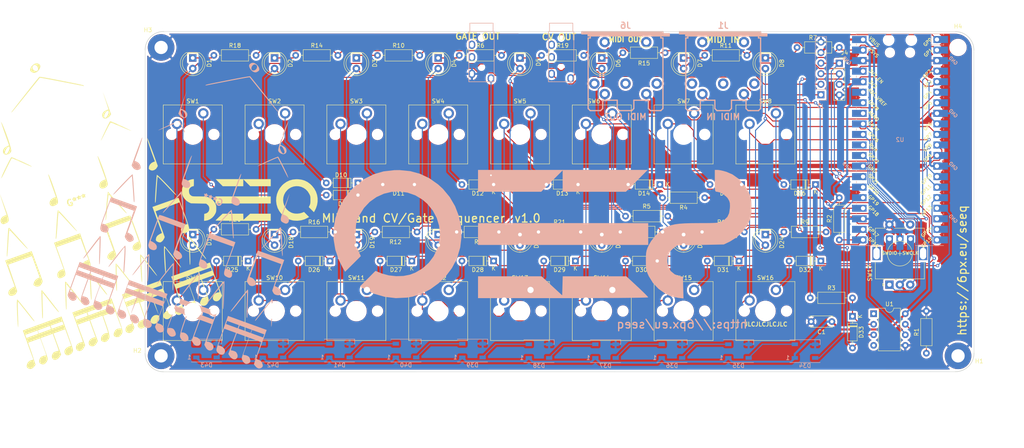
<source format=kicad_pcb>
(kicad_pcb (version 20211014) (generator pcbnew)
  (layers (0 "F.Cu" signal) (31 "B.Cu" signal) (34 "B.Paste" user) (35 "F.Paste" user) (36 "B.SilkS" user "B.Silkscreen") (37 "F.SilkS" user "F.Silkscreen") (38 "B.Mask" user) (39 "F.Mask" user) (44 "Edge.Cuts" user))
  (property "VERSION" "v1.0")
  (net 0 "")
  (net 1 "Net-(D1-Pad2)")
  (net 5 "Net-(D18-Pad2)")
  (net 6 "Net-(SW1-Pad2)")
  (net 7 "Net-(SW10-Pad2)")
  (net 8 "Net-(SW11-Pad2)")
  (net 9 "Net-(SW12-Pad2)")
  (net 10 "GND")
  (net 11 "Net-(D33-Pad1)")
  (net 12 "+3V3")
  (net 13 "Net-(SW17-PadA)")
  (net 14 "Net-(SW17-PadB)")
  (net 15 "Net-(SW17-PadS1)")
  (net 16 "+5V")
  (net 17 "Net-(D1-Pad1)")
  (net 18 "Net-(D20-Pad2)")
  (net 19 "Net-(R1-Pad1)")
  (net 22 "Net-(D5-Pad1)")
  (net 24 "Net-(D17-Pad1)")
  (net 31 "Net-(D21-Pad1)")
  (net 32 "Net-(J1-Pad4)")
  (net 33 "Net-(D25-Pad2)")
  (net 34 "Net-(D33-Pad2)")
  (net 35 "Net-(R2-Pad1)")
  (net 36 "SCL")
  (net 37 "SDA")
  (net 38 "GNDA")
  (net 39 "LED")
  (net 40 "Net-(D19-Pad2)")
  (net 41 "Net-(D10-Pad1)")
  (net 42 "Net-(D11-Pad2)")
  (net 43 "Net-(D12-Pad2)")
  (net 44 "Net-(D9-Pad2)")
  (net 45 "Net-(D15-Pad2)")
  (net 46 "Net-(D16-Pad2)")
  (net 47 "Net-(D10-Pad2)")
  (net 48 "Net-(D27-Pad2)")
  (net 49 "Net-(D28-Pad2)")
  (net 50 "Net-(D32-Pad2)")
  (net 54 "Net-(J6-Pad4)")
  (net 55 "Net-(J6-Pad5)")
  (net 56 "Net-(D13-Pad1)")
  (net 57 "Net-(D13-Pad2)")
  (net 58 "Net-(D2-Pad1)")
  (net 59 "Net-(D3-Pad1)")
  (net 60 "Net-(D14-Pad2)")
  (net 61 "Net-(D4-Pad1)")
  (net 62 "Net-(D6-Pad1)")
  (net 63 "Net-(D7-Pad1)")
  (net 64 "Net-(D8-Pad1)")
  (net 65 "Net-(D18-Pad1)")
  (net 66 "Net-(D19-Pad1)")
  (net 67 "Net-(D20-Pad1)")
  (net 68 "Net-(D22-Pad1)")
  (net 69 "Net-(D23-Pad1)")
  (net 70 "Net-(D24-Pad1)")
  (net 71 "Net-(D25-Pad1)")
  (net 72 "Net-(D26-Pad2)")
  (net 73 "Net-(D29-Pad1)")
  (net 74 "Net-(D29-Pad2)")
  (net 75 "Net-(D30-Pad2)")
  (net 76 "Net-(D31-Pad2)")
  (net 77 "Net-(R5-Pad2)")
  (net 78 "Net-(R10-Pad2)")
  (net 79 "Net-(R11-Pad2)")
  (net 80 "Net-(R12-Pad2)")
  (net 81 "Net-(R13-Pad2)")
  (net 82 "Net-(D34-Pad2)")
  (net 83 "Net-(D35-Pad2)")
  (net 84 "Net-(D36-Pad2)")
  (net 85 "Net-(J2-PadS)")
  (net 86 "Net-(J2-PadT)")
  (net 87 "Net-(J5-PadS)")
  (net 88 "Net-(D37-Pad2)")
  (net 89 "Net-(D39-Pad2)")
  (net 90 "Net-(D40-Pad2)")
  (net 91 "Net-(D41-Pad2)")
  (net 93 "Net-(D42-Pad2)")
  (net 94 "Net-(D38-Pad2)")
  (footprint "Diode_THT:D_DO-35_SOD27_P7.62mm_Horizontal" (layer "F.Cu") (at 84.201 62.484 180)
    (fp_text reference "D10")
    (fp_text value "DIODE")
  )
  (footprint "Switch_Keyboard_Cherry_MX:SW_Cherry_MX_PCB_1.00u" (layer "F.Cu") (at 83.82 50.8)
    (fp_text reference "SW3")
    (fp_text value "SW_DIP_x01")
  )
  (footprint "Switch_Keyboard_Cherry_MX:SW_Cherry_MX_PCB_1.00u" (layer "F.Cu") (at 123.19 93.345)
    (fp_text reference "SW13")
    (fp_text value "SW_DIP_x01")
  )
  (footprint "Resistor_THT:R_Axial_DIN0207_L6.3mm_D2.5mm_P10.16mm_Horizontal" (layer "F.Cu") (at 88.9 31.75)
    (fp_text reference "R10")
    (fp_text value "220R")
  )
  (footprint "Resistor_THT:R_Axial_DIN0207_L6.3mm_D2.5mm_P10.16mm_Horizontal" (layer "F.Cu") (at 68.58 74.295)
    (fp_text reference "R16")
    (fp_text value "220R")
  )
  (footprint "Package_DIP:DIP-8_W7.62mm" (layer "F.Cu") (at 208.29 93.99)
    (fp_text reference "U1")
    (fp_text value "6N138")
  )
  (footprint "Switch_Keyboard_Cherry_MX:SW_Cherry_MX_PCB_1.00u" (layer "F.Cu") (at 44.45 93.345)
    (fp_text reference "SW9")
    (fp_text value "SW_DIP_x01")
  )
  (footprint "Diode_THT:D_DO-35_SOD27_P7.62mm_Horizontal" (layer "F.Cu") (at 175.895 81.28 180)
    (fp_text reference "D31")
    (fp_text value "DIODE")
  )
  (footprint "LED_THT:LED_D5.0mm" (layer "F.Cu") (at 182.245 74.925 -90)
    (fp_text reference "D24")
    (fp_text value "LED")
  )
  (footprint "LED_THT:LED_D5.0mm" (layer "F.Cu") (at 162.56 32.38 -90)
    (fp_text reference "D7")
    (fp_text value "LED")
  )
  (footprint "Diode_THT:D_DO-35_SOD27_P7.62mm_Horizontal" (layer "F.Cu") (at 203.2 94.615 -90)
    (fp_text reference "D33")
    (fp_text value "1N4148")
  )
  (footprint "LED_THT:LED_D5.0mm" (layer "F.Cu") (at 44.45 32.38 -90)
    (fp_text reference "D1")
    (fp_text value "LED")
  )
  (footprint "LED_THT:LED_D5.0mm" (layer "F.Cu") (at 103.505 32.38 -90)
    (fp_text reference "D4")
    (fp_text value "LED")
  )
  (footprint "Switch_Keyboard_Cherry_MX:SW_Cherry_MX_PCB_1.00u" (layer "F.Cu") (at 142.875 93.345)
    (fp_text reference "SW14")
    (fp_text value "SW_DIP_x01")
  )
  (footprint "Switch_Keyboard_Cherry_MX:SW_Cherry_MX_PCB_1.00u" (layer "F.Cu") (at 44.45 50.8)
    (fp_text reference "SW1")
    (fp_text value "SW_DIP_x01")
  )
  (footprint "MountingHole:MountingHole_3.2mm_M3" (layer "F.Cu") (at 228.6 29.845)
    (fp_text reference "H4")
    (fp_text value "MountingHole")
  )
  (footprint "MountingHole:MountingHole_3.2mm_M3_Pad" (layer "F.Cu") (at 36.83 104.14)
    (fp_text reference "H2")
    (fp_text value "MountingHole_Pad")
  )
  (footprint "Switch_Keyboard_Cherry_MX:SW_Cherry_MX_PCB_1.00u" (layer "F.Cu") (at 103.505 50.8)
    (fp_text reference "SW4")
    (fp_text value "SW_DIP_x01")
  )
  (footprint "Switch_Keyboard_Cherry_MX:SW_Cherry_MX_PCB_1.00u" (layer "F.Cu") (at 142.875 50.8)
    (fp_text reference "SW6")
    (fp_text value "SW_DIP_x01")
  )
  (footprint "Diode_THT:D_DO-35_SOD27_P7.62mm_Horizontal" (layer "F.Cu") (at 136.525 81.28 180)
    (fp_text reference "D29")
    (fp_text value "DIODE")
  )
  (footprint "Resistor_THT:R_Axial_DIN0207_L6.3mm_D2.5mm_P10.16mm_Horizontal" (layer "F.Cu") (at 167.64 31.75)
    (fp_text reference "R11")
    (fp_text value "220R")
  )
  (footprint "LED_THT:LED_D5.0mm" (layer "F.Cu") (at 162.56 74.925 -90)
    (fp_text reference "D23")
    (fp_text value "LED")
  )
  (footprint "Resistor_THT:R_Axial_DIN0207_L6.3mm_D2.5mm_P10.16mm_Horizontal" (layer "F.Cu") (at 108.585 31.75)
    (fp_text reference "R6")
    (fp_text value "220R")
  )
  (footprint "LED_THT:LED_D5.0mm" (layer "F.Cu") (at 182.245 32.38 -90)
    (fp_text reference "D8")
    (fp_text value "LED")
  )
  (footprint "Diode_THT:D_DO-35_SOD27_P7.62mm_Horizontal" (layer "F.Cu") (at 84.201 65.405 180)
    (fp_text reference "D9")
    (fp_text value "DIODE")
  )
  (footprint "Diode_THT:D_DO-35_SOD27_P7.62mm_Horizontal" (layer "F.Cu") (at 57.785 81.28 180)
    (fp_text reference "D25")
    (fp_text value "DIODE")
  )
  (footprint "Resistor_THT:R_Axial_DIN0207_L6.3mm_D2.5mm_P10.16mm_Horizontal" (layer "F.Cu") (at 147.955 31.115)
    (fp_text reference "R15")
    (fp_text value "220R")
  )
  (footprint "Connector_PinSocket_2.54mm:PinSocket_1x04_P2.54mm_Vertical" (layer "F.Cu") (at 200.025 33.655)
    (fp_text reference "J4")
    (fp_text value "Conn_01x04")
  )
  (footprint "Switch_Keyboard_Cherry_MX:SW_Cherry_MX_PCB_1.00u" (layer "F.Cu") (at 182.245 50.8)
    (fp_text reference "SW8")
    (fp_text value "SW_DIP_x01")
  )
  (footprint "LED_THT:LED_D5.0mm" (layer "F.Cu") (at 123.19 74.925 -90)
    (fp_text reference "D21")
    (fp_text value "LED")
  )
  (footprint "LED_THT:LED_D5.0mm" (layer "F.Cu") (at 123.19 32.38 -90)
    (fp_text reference "D5")
    (fp_text value "LED")
  )
  (footprint "Diode_THT:D_DO-35_SOD27_P7.62mm_Horizontal" (layer "F.Cu") (at 137.16 62.865 180)
    (fp_text reference "D13")
    (fp_text value "DIODE")
  )
  (footprint "Diode_THT:D_DO-35_SOD27_P7.62mm_Horizontal" (layer "F.Cu") (at 194.31 62.865 180)
    (fp_text reference "D16")
    (fp_text value "DIODE")
  )
  (footprint "Resistor_THT:R_Axial_DIN0207_L6.3mm_D2.5mm_P10.16mm_Horizontal" (layer "F.Cu") (at 69.215 31.75)
    (fp_text reference "R14")
    (fp_text value "220R")
  )
  (footprint "Diode_THT:D_DO-35_SOD27_P7.62mm_Horizontal" (layer "F.Cu") (at 156.21 81.28 180)
    (fp_text reference "D30")
    (fp_text value "DIODE")
  )
  (footprint "Resistor_THT:R_Axial_DIN0207_L6.3mm_D2.5mm_P10.16mm_Horizontal" (layer "F.Cu") (at 167.005 74.295)
    (fp_text reference "R13")
    (fp_text value "220R")
  )
  (footprint "mod:notes" (layer "F.Cu") (at 16.514417 66.708635 20)
    (fp_text reference "G***")
    (fp_text value "LOGO" hide)
  )
  (footprint "LED_THT:LED_D5.0mm" (layer "F.Cu") (at 44.45 74.925 -90)
    (fp_text reference "D17")
    (fp_text value "LED")
  )
  (footprint "mod:logo" (layer "F.Cu") (at 58.166 66.548)
    (fp_text reference "G***" hide)
    (fp_text value "LOGO" hide)
  )
  (footprint "Switch_Keyboard_Cherry_MX:SW_Cherry_MX_PCB_1.00u" (layer "F.Cu") (at 64.135 50.8)
    (fp_text reference "SW2")
    (fp_text value "SW_DIP_x01")
  )
  (footprint "Diode_THT:D_DO-35_SOD27_P7.62mm_Horizontal" (layer "F.Cu") (at 116.84 81.28 180)
    (fp_text reference "D28")
    (fp_text value "DIODE")
  )
  (footprint "Resistor_THT:R_Axial_DIN0207_L6.3mm_D2.5mm_P10.16mm_Horizontal" (layer "F.Cu") (at 147.32 74.295)
    (fp_text reference "R17")
    (fp_text value "220R")
  )
  (footprint "Resistor_THT:R_Axial_DIN0207_L6.3mm_D2.5mm_P10.16mm_Horizontal" (layer "F.Cu") (at 127.635 74.295)
    (fp_text reference "R21")
    (fp_text value "220R")
  )
  (footprint "MountingHole:MountingHole_3.2mm_M3_Pad" (layer "F.Cu") (at 228.6 104.14)
    (fp_text reference "H1")
    (fp_text value "MountingHole_Pad")
  )
  (footprint "Resistor_THT:R_Axial_DIN0207_L6.3mm_D2.5mm_P10.16mm_Horizontal" (layer "F.Cu") (at 200.025 76.2 90)
    (fp_text reference "R2")
    (fp_text value "470R")
  )
  (footprint "Diode_THT:D_DO-35_SOD27_P7.62mm_Horizontal" (layer "F.Cu") (at 97.155 81.28 180)
    (fp_text reference "D27")
    (fp_text value "DIODE")
  )
  (footprint "Resistor_THT:R_Axial_DIN0207_L6.3mm_D2.5mm_P10.16mm_Horizontal" (layer "F.Cu") (at 148.59 70.485)
    (fp_text reference "R5")
    (fp_text value "10R")
  )
  (footprint "LED_THT:LED_D5.0mm" (layer "F.Cu") (at 64.135 32.38 -90)
    (fp_text reference "D2")
    (fp_text value "LED")
  )
  (footprint "Resistor_THT:R_Axial_DIN0207_L6.3mm_D2.5mm_P10.16mm_Horizontal" (layer "F.Cu") (at 49.53 31.75)
    (fp_text reference "R18")
    (fp_text value "220R")
  )
  (footprint "Resistor_THT:R_Axial_DIN0207_L6.3mm_D2.5mm_P10.16mm_Horizontal" (layer "F.Cu") (at 107.95 74.295)
    (fp_text reference "R8")
    (fp_text value "220R")
  )
  (footprint "Resistor_THT:R_Axial_DIN0207_L6.3mm_D2.5mm_P10.16mm_Horizontal" (layer "F.Cu") (at 189.865 29.845)
    (fp_text reference "R7")
    (fp_text value "220R")
  )
  (footprint "LED_THT:LED_D5.0mm" (layer "F.Cu") (at 64.135 74.925 -90)
    (fp_text reference "D18")
    (fp_text value "LED")
  )
  (footprint "Resistor_THT:R_Axial_DIN0207_L6.3mm_D2.5mm_P10.16mm_Horizontal" (layer "F.Cu") (at 49.53 73.66)
    (fp_text reference "R20")
    (fp_text value "220R")
  )
  (footprint "Resistor_THT:R_Axial_DIN0207_L6.3mm_D2.5mm_P10.16mm_Horizontal" (layer "F.Cu") (at 220.98 103.505 90)
    (fp_text reference "R1")
    (fp_text value "4.7k")
  )
  (footprint "LED_THT:LED_D5.0mm" (layer "F.Cu") (at 103.505 74.925 -90)
    (fp_text reference "D20")
    (fp_text value "LED")
  )
  (footprint "Diode_THT:D_DO-35_SOD27_P7.62mm_Horizontal" (layer "F.Cu") (at 156.845 62.865 180)
    (fp_text reference "D14")
    (fp_text value "DIODE")
  )
  (footprint "Resistor_THT:R_Axial_DIN0207_L6.3mm_D2.5mm_P10.16mm_Horizontal" (layer "F.Cu") (at 193.04 90.17)
    (fp_text reference "R3")
    (fp_text value "220R")
  )
  (footprint "Switch_Keyboard_Cherry_MX:SW_Cherry_MX_PCB_1.00u" (layer "F.Cu") (at 103.505 93.345)
    (fp_text reference "SW12")
    (fp_text value "SW_DIP_x01")
  )
  (footprint "Switch_Keyboard_Cherry_MX:SW_Cherry_MX_PCB_1.00u" (layer "F.Cu") (at 83.82 93.345)
    (fp_text reference "SW11")
    (fp_text value "SW_DIP_x01")
  )
  (footprint "Diode_THT:D_DO-35_SOD27_P7.62mm_Horizontal" (layer "F.Cu") (at 77.47 81.28 180)
    (fp_text reference "D26")
    (fp_text value "DIODE")
  )
  (footprint "Switch_Keyboard_Cherry_MX:SW_Cherry_MX_PCB_1.00u" (layer "F.Cu") (at 182.245 93.345)
    (fp_text reference "SW16")
    (fp_text value "SW_DIP_x01")
  )
  (footprint "Switch_Keyboard_Cherry_MX:SW_Cherry_MX_PCB_1.00u" (layer "F.Cu") (at 162.56 50.8)
    (fp_text reference "SW7")
    (fp_text value "SW_DIP_x01")
  )
  (footprint "Switch_Keyboard_Cherry_MX:SW_Cherry_MX_PCB_1.00u" (layer "F.Cu") (at 162.56 93.345)
    (fp_text reference "SW15")
    (fp_text value "SW_DIP_x01")
  )
  (footprint "Diode_THT:D_DO-35_SOD27_P7.62mm_Horizontal" (layer "F.Cu") (at 195.58 81.28 180)
    (fp_text reference "D32")
    (fp_text value "DIODE")
  )
  (footprint "Switch_Keyboard_Cherry_MX:SW_Cherry_MX_PCB_1.00u" (layer "F.Cu") (at 123.19 50.8)
    (fp_text reference "SW5")
    (fp_text value "SW_DIP_x01")
  )
  (footprint "LED_THT:LED_D5.0mm" (layer "F.Cu") (at 142.875 74.925 -90)
    (fp_text reference "D22")
    (fp_text value "LED")
  )
  (footprint "Switch_Keyboard_Cherry_MX:SW_Cherry_MX_PCB_1.00u" (layer "F.Cu") (at 64.135 93.345)
    (fp_text reference "SW10")
    (fp_text value "SW_DIP_x01")
  )
  (footprint "MountingHole:MountingHole_3.2mm_M3_Pad" (layer "F.Cu") (at 36.83 29.845)
    (fp_text reference "H3")
    (fp_text value "MountingHole_Pad")
  )
  (footprint "LED_THT:LED_D5.0mm" (layer "F.Cu") (at 83.82 32.38 -90)
    (fp_text reference "D3")
    (fp_text value "LED")
  )
  (footprint "LED_THT:LED_D5.0mm" (layer "F.Cu") (at 83.82 74.925 -90)
    (fp_text reference "D19")
    (fp_text value "LED")
  )
  (footprint "Rotary_Encoder:RotaryEncoder_Alps_EC11E-Switch_Vertical_H20mm" (layer "F.Cu") (at 212.09 86.995 90)
    (fp_text reference "SW17")
    (fp_text value "RotaryEncoder_Switch")
  )
  (footprint "Capacitor_THT:C_Disc_D5.0mm_W2.5mm_P5.00mm" (layer "F.Cu") (at 198.247 95.885 180)
    (fp_text reference "C1")
    (fp_text value "1uF")
  )
  (footprint "LED_THT:LED_D5.0mm" (layer "F.Cu") (at 142.875 32.38 -90)
    (fp_text reference "D6")
    (fp_text value "LED")
  )
  (footprint "Resistor_THT:R_Axial_DIN0207_L6.3mm_D2.5mm_P10.16mm_Horizontal" (layer "F.Cu") (at 167.64 66.04 180)
    (fp_text reference "R4")
    (fp_text value "33R")
  )
  (footprint "Resistor_THT:R_Axial_DIN0207_L6.3mm_D2.5mm_P10.16mm_Horizontal" (layer "F.Cu") (at 128.37 31.76)
    (fp_text reference "R19")
    (fp_text value "220R")
  )
  (footprint "Resistor_THT:R_Axial_DIN0207_L6.3mm_D2.5mm_P10.16mm_Horizontal" (layer "F.Cu") (at 88.265 74.295)
    (fp_text reference "R12")
    (fp_text value "220R")
  )
  (footprint "Diode_THT:D_DO-35_SOD27_P7.62mm_Horizontal" (layer "F.Cu") (at 176.53 62.865 180)
    (fp_text reference "D15")
    (fp_text value "DIODE")
  )
  (footprint "Diode_THT:D_DO-35_SOD27_P7.62mm_Horizontal" (layer "F.Cu") (at 116.84 62.865 180)
    (fp_text reference "D12")
    (fp_text value "DIODE")
  )
  (footprint "Resistor_THT:R_Axial_DIN0207_L6.3mm_D2.5mm_P10.16mm_Horizontal" (layer "F.Cu") (at 186.69 74.295)
    (fp_text reference "R9")
    (fp_text value "220R")
  )
  (footprint "Diode_THT:D_DO-35_SOD27_P7.62mm_Horizontal" (layer "F.Cu") (at 97.79 62.865 180)
    (fp_text reference "D11")
    (fp_text value "DIODE")
  )
  (footprint "MCU_RaspberryPi_and_Boards:RPi_Pico_SMD_TH" (layer "B.Cu") (at 214.63 52.07 180)
    (fp_text reference "U2")
    (fp_text value "Pico")
  )
  (footprint "LED_SMD:LED_WS2812B_PLCC4_5.0x5.0mm_P3.2mm" (layer "B.Cu") (at 79.756 102.87)
    (fp_text reference "D41")
    (fp_text value "WS2812B")
  )
  (footprint "LED_SMD:LED_WS2812B_PLCC4_5.0x5.0mm_P3.2mm" (layer "B.Cu") (at 95.758 102.87)
    (fp_text reference "D40")
    (fp_text value "WS2812B")
  )
  (footprint "LED_SMD:LED_WS2812B_PLCC4_5.0x5.0mm_P3.2mm" (layer "B.Cu") (at 143.764 102.997)
    (fp_text reference "D37")
    (fp_text value "WS2812B")
  )
  (footprint "LED_SMD:LED_WS2812B_PLCC4_5.0x5.0mm_P3.2mm" (layer "B.Cu") (at 127.762 102.997)
    (fp_text reference "D38")
    (fp_text value "WS2812B")
  )
  (footprint "w_conn_av:din-5" (layer "B.Cu") (at 148.59 35.56)
    (fp_text reference "J6")
    (fp_text value "MIDI OUT")
  )
  (footprint "LED_SMD:LED_WS2812B_PLCC4_5.0x5.0mm_P3.2mm" (layer "B.Cu") (at 191.77 102.997)
    (fp_text reference "D34")
    (fp_text value "WS2812B")
  )
  (footprint "LED_SMD:LED_WS2812B_PLCC4_5.0x5.0mm_P3.2mm" (layer "B.Cu") (at 159.766 102.997)
    (fp_text reference "D36")
    (fp_text value "WS2812B")
  )
  (footprint "Keebio-Parts:TRRS-PJ-320A-no-Fmask" (layer "B.Cu") (at 133.096 26.0025 180)
    (fp_text reference "J2")
    (fp_text value "AudioJack2")
  )
  (footprint "LED_SMD:LED_WS2812B_PLCC4_5.0x5.0mm_P3.2mm" (layer "B.Cu") (at 111.76 102.87)
    (fp_text reference "D39")
    (fp_text value "WS2812B")
  )
  (footprint "Connector_PinSocket_2.54mm:PinSocket_1x06_P2.54mm_Vertical" (layer "B.Cu") (at 195.605 41.245)
    (fp_text reference "J3")
    (fp_text value "Conn_01x06")
  )
  (footprint "mod:notes" (layer "B.Cu") (at 49.271583 66.581635 160)
    (fp_text reference "G***")
    (fp_text value "LOGO" hide)
  )
  (footprint "w_conn_av:din-5" (layer "B.Cu") (at 172.085 35.56)
    (fp_text reference "J1")
    (fp_text value "MIDI IN")
  )
  (footprint "LED_SMD:LED_WS2812B_PLCC4_5.0x5.0mm_P3.2mm" (layer "B.Cu") (at 175.768 102.997)
    (fp_text reference "D35")
    (fp_text value "WS2812B")
  )
  (footprint "Keebio-Parts:TRRS-PJ-320A-no-Fmask" (layer "B.Cu") (at 113.919 26.0025 180)
    (fp_text reference "J5")
    (fp_text value "AudioJack2")
  )
  (footprint "LED_SMD:LED_WS2812B_PLCC4_5.0x5.0mm_P3.2mm" (layer "B.Cu") (at 47.752 102.87)
    (fp_text reference "D43")
    (fp_text value "WS2812B")
  )
  (footprint "mod:logo-big" (layer "B.Cu") (at 128.651 74.676 180)
    (fp_text reference "G***")
    (fp_text value "LOGO" hide)
  )
  (footprint "LED_SMD:LED_WS2812B_PLCC4_5.0x5.0mm_P3.2mm" (layer "B.Cu") (at 63.754 102.87)
    (fp_text reference "D42")
    (fp_text value "WS2812B")
  )
  (gr_line (start 232.44191 103.505) (end 232.41 30.48) (layer "Edge.Cuts") (width 0.1))
  (gr_arc (start 37.43309 107.98191) (mid 34.29 106.68) (end 32.98809 103.53691) (layer "Edge.Cuts") (width 0.15))
  (gr_line (start 37.43309 107.98191) (end 227.99691 107.95) (layer "Edge.Cuts") (width 0.1))
  (gr_arc (start 32.98809 30.44809) (mid 34.29 27.305) (end 37.43309 26.00309) (layer "Edge.Cuts") (width 0.15))
  (gr_arc (start 232.44191 103.505) (mid 231.14 106.64809) (end 227.99691 107.95) (layer "Edge.Cuts") (width 0.15))
  (gr_line (start 227.965 26.035) (end 37.43309 26.00309) (layer "Edge.Cuts") (width 0.1))
  (gr_line (start 32.98809 30.44809) (end 32.98809 103.53691) (layer "Edge.Cuts") (width 0.1))
  (gr_arc (start 227.965 26.035) (mid 231.10809 27.33691) (end 232.41 30.48) (layer "Edge.Cuts") (width 0.15))
  (gr_text "https://6px.eu/seeq" (at 162.179 96.52) (layer "B.SilkS") (effects (font (size 2 2) (thickness 0.3)) (justify mirror)))
  (gr_text "JLCJLCJLCJLC" (at 182.372 96.52) (layer "F.SilkS") (effects (font (size 1 1) (thickness 0.2))))
  (gr_text "${VERSION}" (at 121.666 70.993) (layer "F.SilkS") (effects (font (size 2 2) (thickness 0.3)) (justify left)))
  (gr_text "CV OUT" (at 132.588 27.305) (layer "F.SilkS") (effects (font (size 1.5 1.5) (thickness 0.3))))
  (gr_text "https://6px.eu/seeq" (at 229.616 83.566 90) (layer "F.SilkS") (effects (font (size 2 2) (thickness 0.3))))
  (gr_text "MIDI and CV/Gate Sequencer" (at 97.536 70.993) (layer "F.SilkS") (effects (font (size 2 2) (thickness 0.3))))
  (gr_text "GATE OUT" (at 113.03 27.178) (layer "F.SilkS") (effects (font (size 1.5 1.5) (thickness 0.3))))
  (segment (start 183.034511 44.295489) (end 166.170542 44.295489) (width 0.25) (layer "F.Cu") (net 1))
  (segment (start 143.754597 37.043532) (end 141.995403 37.043532) (width 0.25) (layer "F.Cu") (net 1))
  (segment (start 183.185 44.145) (end 183.034511 44.295489) (width 0.25) (layer "F.Cu") (net 1))
  (segment (start 113.094303 33.695489) (end 45.674511 33.695489) (width 0.25) (layer "F.Cu") (net 1))
  (segment (start 121.647998 33.377998) (end 113.411794 33.377998) (width 0.25) (layer "F.Cu") (net 1))
  (segment (start 186.385 44.145) (end 183.185 44.145) (width 0.25) (layer "F.Cu") (net 1))
  (segment (start 223.52 40.64) (end 219.805489 44.354511) (width 0.25) (layer "F.Cu") (net 1))
  (segment (start 205.253501 44.354511) (end 205.194479 44.295489) (width 0.25) (layer "F.Cu") (net 1))
  (segment (start 121.957959 39.077001) (end 120.815479 37.934521) (width 0.25) (layer "F.Cu") (net 1))
  (segment (start 158.224564 36.83) (end 143.968129 36.83) (width 0.25) (layer "F.Cu") (net 1))
  (segment (start 165.690053 43.815) (end 165.209564 43.815) (width 0.25) (layer "F.Cu") (net 1))
  (segment (start 136.048179 39.077001) (end 121.957959 39.077001) (width 0.25) (layer "F.Cu") (net 1))
  (segment (start 123.19 34.92) (end 121.647998 33.377998) (width 0.25) (layer "F.Cu") (net 1))
  (segment (start 166.170542 44.295489) (end 165.690053 43.815) (width 0.25) (layer "F.Cu") (net 1))
  (segment (start 165.209564 43.815) (end 158.224564 36.83) (width 0.25) (layer "F.Cu") (net 1))
  (segment (start 143.968129 36.83) (end 143.754597 37.043532) (width 0.25) (layer "F.Cu") (net 1))
  (segment (start 113.411794 33.377998) (end 113.094303 33.695489) (width 0.25) (layer "F.Cu") (net 1))
  (segment (start 138.29518 36.83) (end 136.048179 39.077001) (width 0.25) (layer "F.Cu") (net 1))
  (segment (start 186.535489 44.295489) (end 186.385 44.145) (width 0.25) (layer "F.Cu") (net 1))
  (segment (start 45.674511 33.695489) (end 44.45 34.92) (width 0.25) (layer "F.Cu") (net 1))
  (segment (start 141.781871 36.83) (end 138.29518 36.83) (width 0.25) (layer "F.Cu") (net 1))
  (segment (start 141.995403 37.043532) (end 141.781871 36.83) (width 0.25) (layer "F.Cu") (net 1))
  (segment (start 219.805489 44.354511) (end 205.253501 44.354511) (width 0.25) (layer "F.Cu") (net 1))
  (segment (start 205.194479 44.295489) (end 186.535489 44.295489) (width 0.25) (layer "F.Cu") (net 1))
  (via (at 120.815479 37.934521) (size 0.8) (drill 0.4) (layers "F.Cu" "B.Cu") (net 1))
  (segment (start 120.955 49.86) (end 120.955 45.694042) (width 0.25) (layer "B.Cu") (net 1))
  (segment (start 120.955 45.694042) (end 120.815479 45.554521) (width 0.25) (layer "B.Cu") (net 1))
  (segment (start 120.815479 37.294521) (end 120.815479 37.934521) (width 0.25) (layer "B.Cu") (net 1))
  (segment (start 42.075479 37.294521) (end 42.075479 46.520479) (width 0.25) (layer "B.Cu") (net 1))
  (segment (start 42.075479 75.090479) (end 44.45 77.465) (width 0.25) (layer "B.Cu") (net 1))
  (segment (start 42.215 46.66) (end 42.075479 46.520479) (width 0.25) (layer "B.Cu") (net 1))
  (segment (start 120.815479 75.090479) (end 123.19 77.465) (width 0.25) (layer "B.Cu") (net 1))
  (segment (start 120.815479 49.999521) (end 120.815479 75.090479) (width 0.25) (layer "B.Cu") (net 1))
  (segment (start 120.815479 49.999521) (end 120.955 49.86) (width 0.25) (layer "B.Cu") (net 1))
  (segment (start 120.815479 37.934521) (end 120.815479 45.554521) (width 0.25) (layer "B.Cu") (net 1))
  (segment (start 42.075479 49.695479) (end 42.075479 75.090479) (width 0.25) (layer "B.Cu") (net 1))
  (segment (start 42.215 49.555958) (end 42.215 46.66) (width 0.25) (layer "B.Cu") (net 1))
  (segment (start 123.19 34.92) (end 120.815479 37.294521) (width 0.25) (layer "B.Cu") (net 1))
  (segment (start 44.45 34.92) (end 42.075479 37.294521) (width 0.25) (layer "B.Cu") (net 1))
  (segment (start 42.075479 49.695479) (end 42.215 49.555958) (width 0.25) (layer "B.Cu") (net 1))
  (segment (start 223.52 43.18) (end 219.614511 47.085489) (width 0.25) (layer "F.Cu") (net 5))
  (segment (start 66.259022 37.044022) (end 64.135 34.92) (width 0.25) (layer "F.Cu") (net 5))
  (segment (start 163.562613 46.41) (end 147.108694 46.41) (width 0.25) (layer "F.Cu") (net 5))
  (segment (start 166.675 46.159564) (end 166.675 46.372387) (width 0.25) (layer "F.Cu") (net 5))
  (segment (start 219.614511 47.085489) (end 186.594511 47.085489) (width 0.25) (layer "F.Cu") (net 5))
  (segment (start 133.417017 35.377501) (end 132.774983 35.377501) (width 0.25) (layer "F.Cu") (net 5))
  (segment (start 186.594511 47.085489) (end 186.11 47.57) (width 0.25) (layer "F.Cu") (net 5))
  (segment (start 133.869518 34.925) (end 133.417017 35.377501) (width 0.25) (layer "F.Cu") (net 5))
  (segment (start 135.889296 34.925) (end 133.869518 34.925) (width 0.25) (layer "F.Cu") (net 5))
  (segment (start 146.223694 47.295) (end 143.425402 47.295) (width 0.25) (layer "F.Cu") (net 5))
  (segment (start 167.114564 45.72) (end 166.675 46.159564) (width 0.25) (layer "F.Cu") (net 5))
  (segment (start 113.18499 35.9775) (end 112.08499 34.8775) (width 0.25) (layer "F.Cu") (net 5))
  (segment (start 143.425402 47.295) (end 143.315201 47.184799) (width 0.25) (layer "F.Cu") (net 5))
  (segment (start 147.108694 46.41) (end 146.223694 47.295) (width 0.25) (layer "F.Cu") (net 5))
  (segment (start 106.551998 34.8775) (end 104.385476 37.044022) (width 0.25) (layer "F.Cu") (net 5))
  (segment (start 132.274982 34.8775) (end 125.599925 34.8775) (width 0.25) (layer "F.Cu") (net 5))
  (segment (start 123.883404 36.594021) (end 117.301512 36.594022) (width 0.25) (layer "F.Cu") (net 5))
  (segment (start 112.08499 34.8775) (end 106.551998 34.8775) (width 0.25) (layer "F.Cu") (net 5))
  (segment (start 125.599925 34.8775) (end 123.883404 36.594021) (width 0.25) (layer "F.Cu") (net 5))
  (segment (start 135.894296 34.92) (end 135.889296 34.925) (width 0.25) (layer "F.Cu") (net 5))
  (segment (start 165.752387 47.295) (end 164.447613 47.295) (width 0.25) (layer "F.Cu") (net 5))
  (segment (start 186.11 47.57) (end 184.018704 47.57) (width 0.25) (layer "F.Cu") (net 5))
  (segment (start 117.301512 36.594022) (end 116.68499 35.9775) (width 0.25) (layer "F.Cu") (net 5))
  (segment (start 182.168704 45.72) (end 167.114564 45.72) (width 0.25) (layer "F.Cu") (net 5))
  (segment (start 132.774983 35.377501) (end 132.274982 34.8775) (width 0.25) (layer "F.Cu") (net 5))
  (segment (start 142.875 34.92) (end 135.894296 34.92) (width 0.25) (layer "F.Cu") (net 5))
  (segment (start 184.018704 47.57) (end 182.168704 45.72) (width 0.25) (layer "F.Cu") (net 5))
  (segment (start 164.447613 47.295) (end 163.562613 46.41) (width 0.25) (layer "F.Cu") (net 5))
  (segment (start 166.675 46.372387) (end 165.752387 47.295) (width 0.25) (layer "F.Cu") (net 5))
  (segment (start 104.385476 37.044022) (end 66.259022 37.044022) (width 0.25) (layer "F.Cu") (net 5))
  (segment (start 116.68499 35.9775) (end 113.18499 35.9775) (width 0.25) (layer "F.Cu") (net 5))
  (via (at 143.315201 47.184799) (size 0.8) (drill 0.4) (layers "F.Cu" "B.Cu") (net 5))
  (segment (start 142.875 77.465) (end 145.249521 75.090479) (width 0.25) (layer "B.Cu") (net 5))
  (segment (start 61.760479 49.051908) (end 61.9 48.912387) (width 0.25) (layer "B.Cu") (net 5))
  (segment (start 142.015489 39.861207) (end 142.015489 45.885087) (width 0.25) (layer "B.Cu") (net 5))
  (segment (start 61.760479 75.090479) (end 61.760479 49.051908) (width 0.25) (layer "B.Cu") (net 5))
  (segment (start 142.875 34.92) (end 142.875 39.001696) (width 0.25) (layer "B.Cu") (net 5))
  (segment (start 61.9 46.964042) (end 61.760479 46.824521) (width 0.25) (layer "B.Cu") (net 5))
  (segment (start 64.135 77.465) (end 61.760479 75.090479) (width 0.25) (layer "B.Cu") (net 5))
  (segment (start 61.760479 46.824521) (end 61.760479 37.294521) (width 0.25) (layer "B.Cu") (net 5))
  (segment (start 61.9 48.912387) (end 61.9 46.964042) (width 0.25) (layer "B.Cu") (net 5))
  (segment (start 142.875 39.001696) (end 142.015489 39.861207) (width 0.25) (layer "B.Cu") (net 5))
  (segment (start 145.249521 75.090479) (end 145.249521 49.119119) (width 0.25) (layer "B.Cu") (net 5))
  (segment (start 142.015489 45.885087) (end 143.315201 47.184799) (width 0.25) (layer "B.Cu") (net 5))
  (segment (start 61.760479 37.294521) (end 64.135 34.92) (width 0.25) (layer "B.Cu") (net 5))
  (segment (start 145.249521 49.119119) (end 143.315201 47.184799) (width 0.25) (layer "B.Cu") (net 5))
  (segment (start 200.396854 59.528744) (end 128.560663 59.528744) (width 0.25) (layer "F.Cu") (net 6))
  (segment (start 128.560663 59.528744) (end 119.38 50.348081) (width 0.25) (layer "F.Cu") (net 6))
  (segment (start 220.18266 59.594511) (end 200.462621 59.594511) (width 0.25) (layer "F.Cu") (net 6))
  (segment (start 224.694511 56.366499) (end 224.006499 57.054511) (width 0.25) (layer "F.Cu") (net 6))
  (segment (start 119.38 50.348081) (end 119.38 48.26) (width 0.25) (layer "F.Cu") (net 6))
  (segment (start 223.52 53.34) (end 224.694511 54.514511) (width 0.25) (layer "F.Cu") (net 6))
  (segment (start 224.694511 54.514511) (end 224.694511 56.366499) (width 0.25) (layer "F.Cu") (net 6))
  (segment (start 40.64 90.805) (end 45.085 86.36) (width 0.25) (layer "F.Cu") (net 6))
  (segment (start 114.935 86.36) (end 119.38 90.805) (width 0.25) (layer "F.Cu") (net 6))
  (segment (start 224.006499 57.054511) (end 222.72266 57.054511) (width 0.25) (layer "F.Cu") (net 6))
  (segment (start 200.462621 59.594511) (end 200.396854 59.528744) (width 0.25) (layer "F.Cu") (net 6))
  (segment (start 45.085 86.36) (end 114.935 86.36) (width 0.25) (layer "F.Cu") (net 6))
  (segment (start 222.72266 57.054511) (end 220.18266 59.594511) (width 0.25) (layer "F.Cu") (net 6))
  (segment (start 40.64 48.26) (end 40.64 90.805) (width 0.25) (layer "B.Cu") (net 6))
  (segment (start 119.38 48.26) (end 119.38 90.805) (width 0.25) (layer "B.Cu") (net 6))
  (segment (start 113.665 90.805) (end 117.455001 94.595001) (width 0.25) (layer "F.Cu") (net 7))
  (segment (start 77.47 90.805) (end 79.045 89.23) (width 0.25) (layer "F.Cu") (net 7))
  (segment (start 79.045 89.23) (end 81.257494 89.23) (width 0.25) (layer "F.Cu") (net 7))
  (segment (start 99.004866 88.265) (end 102.418785 88.265) (width 0.25) (layer "F.Cu") (net 7))
  (segment (start 221.519511 57.245489) (end 222.885 55.88) (width 0.25) (layer "F.Cu") (net 7))
  (segment (start 102.418785 88.265) (end 104.958785 90.805) (width 0.25) (layer "F.Cu") (net 7))
  (segment (start 104.958785 90.805) (end 113.665 90.805) (width 0.25) (layer "F.Cu") (net 7))
  (segment (start 120.814999 92.361242) (end 122.371241 90.805) (width 0.25) (layer "F.Cu") (net 7))
  (segment (start 152.804132 48.26) (end 161.789621 57.245489) (width 0.25) (layer "F.Cu") (net 7))
  (segment (start 120.814999 92.40777) (end 120.814999 92.361242) (width 0.25) (layer "F.Cu") (net 7))
  (segment (start 161.789621 57.245489) (end 221.519511 57.245489) (width 0.25) (layer "F.Cu") (net 7))
  (segment (start 117.455001 94.595001) (end 118.627768 94.595001) (width 0.25) (layer "F.Cu") (net 7))
  (segment (start 139.065 48.26) (end 152.804132 48.26) (width 0.25) (layer "F.Cu") (net 7))
  (segment (start 97.241113 90.028753) (end 99.004866 88.265) (width 0.25) (layer "F.Cu") (net 7))
  (segment (start 60.325 90.805) (end 77.47 90.805) (width 0.25) (layer "F.Cu") (net 7))
  (segment (start 118.627768 94.595001) (end 120.814999 92.40777) (width 0.25) (layer "F.Cu") (net 7))
  (segment (start 82.056247 90.028753) (end 97.241113 90.028753) (width 0.25) (layer "F.Cu") (net 7))
  (segment (start 122.371241 90.805) (end 139.065 90.805) (width 0.25) (layer "F.Cu") (net 7))
  (segment (start 81.257494 89.23) (end 82.056247 90.028753) (width 0.25) (layer "F.Cu") (net 7))
  (segment (start 60.325 75.565) (end 60.325 90.805) (width 0.25) (layer "B.Cu") (net 7))
  (segment (start 139.065 48.26) (end 139.065 90.805) (width 0.25) (layer "B.Cu") (net 7))
  (segment (start 60.96 74.93) (end 60.325 75.565) (width 0.25) (layer "B.Cu") (net 7))
  (segment (start 60.96 74.93) (end 60.96 48.895) (width 0.25) (layer "B.Cu") (net 7))
  (segment (start 102.87 90.805) (end 104.323081 90.805) (width 0.25) (layer "F.Cu") (net 8))
  (segment (start 107.315 93.98) (end 109.054521 95.719521) (width 0.25) (layer "F.Cu") (net 8))
  (segment (start 152.279845 95.719521) (end 157.194366 90.805) (width 0.25) (layer "F.Cu") (net 8))
  (segment (start 98.73 89.23) (end 101.295 89.23) (width 0.25) (layer "F.Cu") (net 8))
  (segment (start 164.934521 51.269521) (end 164.934521 49.81644) (width 0.25) (layer "F.Cu") (net 8))
  (segment (start 221.075489 54.514511) (end 168.179511 54.514511) (width 0.25) (layer "F.Cu") (net 8))
  (segment (start 157.194366 90.805) (end 158.75 90.805) (width 0.25) (layer "F.Cu") (net 8))
  (segment (start 163.378081 48.26) (end 158.75 48.26) (width 0.25) (layer "F.Cu") (net 8))
  (segment (start 107.315 93.796919) (end 107.315 93.98) (width 0.25) (layer "F.Cu") (net 8))
  (segment (start 221.615 53.975) (end 221.075489 54.514511) (width 0.25) (layer "F.Cu") (net 8))
  (segment (start 80.01 90.805) (end 97.155 90.805) (width 0.25) (layer "F.Cu") (net 8))
  (segment (start 104.323081 90.805) (end 107.315 93.796919) (width 0.25) (layer "F.Cu") (net 8))
  (segment (start 168.179511 54.514511) (end 164.934521 51.269521) (width 0.25) (layer "F.Cu") (net 8))
  (segment (start 109.054521 95.719521) (end 152.279845 95.719521) (width 0.25) (layer "F.Cu") (net 8))
  (segment (start 164.934521 49.81644) (end 163.378081 48.26) (width 0.25) (layer "F.Cu") (net 8))
  (segment (start 97.155 90.805) (end 98.73 89.23) (width 0.25) (layer "F.Cu") (net 8))
  (segment (start 101.295 89.23) (end 102.87 90.805) (width 0.25) (layer "F.Cu") (net 8))
  (via (at 221.615 53.975) (size 0.8) (drill 0.4) (layers "F.Cu" "B.Cu") (net 8))
  (segment (start 220.98 54.61) (end 221.615 53.975) (width 0.25) (layer "B.Cu") (net 8))
  (segment (start 157.625489 71.900489) (end 157.625489 67.799511) (width 0.25) (layer "B.Cu") (net 8))
  (segment (start 158.75 73.025) (end 157.625489 71.900489) (width 0.25) (layer "B.Cu") (net 8))
  (segment (start 157.625489 67.799511) (end 158.75 66.675) (width 0.25) (layer "B.Cu") (net 8))
  (segment (start 220.98 58.42) (end 220.98 54.61) (width 0.25) (layer "B.Cu") (net 8))
  (segment (start 80.01 48.26) (end 80.01 90.805) (width 0.25) (layer "B.Cu") (net 8))
  (segment (start 158.75 73.025) (end 158.75 90.805) (width 0.25) (layer "B.Cu") (net 8))
  (segment (start 223.52 60.96) (end 220.98 58.42) (width 0.25) (layer "B.Cu") (net 8))
  (segment (start 158.75 48.26) (end 158.75 66.675) (width 0.25) (layer "B.Cu") (net 8))
  (segment (start 171.536633 96.52) (end 177.251633 90.805) (width 0.25) (layer "F.Cu") (net 9))
  (segment (start 103.321919 96.52) (end 171.536633 96.52) (width 0.25) (layer "F.Cu") (net 9))
  (segment (start 184.333081 52.07) (end 183.22856 53.174521) (width 0.25) (layer "F.Cu") (net 9))
  (segment (start 183.22856 53.174521) (end 181.26144 53.174521) (width 0.25) (layer "F.Cu") (net 9))
  (segment (start 99.695 90.805) (end 99.695 92.893081) (width 0.25) (layer "F.Cu") (net 9))
  (segment (start 99.695 92.893081) (end 103.321919 96.52) (width 0.25) (layer "F.Cu") (net 9))
  (segment (start 178.435 50.348081) (end 178.435 48.26) (width 0.25) (layer "F.Cu") (net 9))
  (segment (start 181.26144 53.174521) (end 178.435 50.348081) (width 0.25) (layer "F.Cu") (net 9))
  (segment (start 177.251633 90.805) (end 178.435 90.805) (width 0.25) (layer "F.Cu") (net 9))
  (segment (start 221.615 52.07) (end 184.333081 52.07) (width 0.25) (layer "F.Cu") (net 9))
  (via (at 221.615 52.07) (size 0.8) (drill 0.4) (layers "F.Cu" "B.Cu") (net 9))
  (segment (start 221.165489 61.145489) (end 221.165489 59.241193) (width 0.25) (layer "B.Cu") (net 9))
  (segment (start 221.165489 59.241193) (end 220.530489 58.606193) (width 0.25) (layer "B.Cu") (net 9))
  (segment (start 220.530489 58.606193) (end 220.530489 53.154511) (width 0.25) (layer "B.Cu") (net 9))
  (segment (start 178.435 48.26) (end 178.435 90.805) (width 0.25) (layer "B.Cu") (net 9))
  (segment (start 220.530489 53.154511) (end 221.615 52.07) (width 0.25) (layer "B.Cu") (net 9))
  (segment (start 99.695 48.26) (end 99.695 90.805) (width 0.25) (layer "B.Cu") (net 9))
  (segment (start 223.52 63.5) (end 221.165489 61.145489) (width 0.25) (layer "B.Cu") (net 9))
  (segment (start 214.63 75.035) (end 212.09 72.495) (width 1) (layer "F.Cu") (net 10))
  (segment (start 214.63 75.97) (end 214.63 75.035) (width 1) (layer "F.Cu") (net 10))
  (via (at 201.295 40.005) (size 0.8) (drill 0.4) (layers "F.Cu" "B.Cu") (net 10))
  (via (at 201.93 33.655) (size 0.8) (drill 0.4) (layers "F.Cu" "B.Cu") (net 10))
  (segment (start 205.115 96.53) (end 203.2 94.615) (width 0.25) (layer "F.Cu") (net 11))
  (segment (start 203.2 94.615) (end 203.2 90.17) (width 0.25) (layer "F.Cu") (net 11))
  (segment (start 208.29 96.53) (end 205.115 96.53) (width 0.25) (layer "F.Cu") (net 11))
  (segment (start 167.64 66.04) (end 195.825402 66.04) (width 0.5) (layer "F.Cu") (net 12))
  (segment (start 200.025 38.735) (end 205.105 38.735) (width 0.5) (layer "F.Cu") (net 12))
  (segment (start 195.825402 66.04) (end 197.290201 67.504799) (width 0.5) (layer "F.Cu") (net 12))
  (segment (start 205.105 38.735) (end 205.74 38.1) (width 0.5) (layer "F.Cu") (net 12))
  (via (at 197.290201 67.504799) (size 0.8) (drill 0.4) (layers "F.Cu" "B.Cu") (net 12))
  (segment (start 201.93 60.325) (end 198.755 63.5) (width 0.5) (layer "B.Cu") (net 12))
  (segment (start 203.880978 38.1) (end 202.640489 39.340489) (width 0.5) (layer "B.Cu") (net 12))
  (segment (start 198.755 64.77) (end 200.025 66.04) (width 0.5) (layer "B.Cu") (net 12))
  (segment (start 202.640489 39.340489) (end 202.640489 43.739511) (width 0.5) (layer "B.Cu") (net 12))
  (segment (start 198.12 67.945) (end 200.025 66.04) (width 0.5) (layer "B.Cu") (net 12))
  (segment (start 198.12 68.334598) (end 198.12 67.945) (width 0.5) (layer "B.Cu") (net 12))
  (segment (start 198.12 68.334598) (end 197.290201 67.504799) (width 0.5) (layer "B.Cu") (net 12))
  (segment (start 198.755 63.5) (end 198.755 64.77) (width 0.5) (layer "B.Cu") (net 12))
  (segment (start 201.93 44.45) (end 201.93 60.325) (width 0.5) (layer "B.Cu") (net 12))
  (segment (start 202.640489 43.739511) (end 201.93 44.45) (width 0.5) (layer "B.Cu") (net 12))
  (segment (start 218.071882 70.720969) (end 216.137405 70.720969) (width 0.25) (layer "B.Cu") (net 13))
  (segment (start 218.865498 71.514584) (end 218.071882 70.720969) (width 0.25) (layer "B.Cu") (net 13))
  (segment (start 207.813551 62.397115) (end 207.813551 50.333192) (width 0.25) (layer "B.Cu") (net 13))
  (segment (start 213.414511 88.319511) (end 217.638632 88.319511) (width 0.25) (layer "B.Cu") (net 13))
  (segment (start 217.638632 88.319511) (end 218.865498 87.092645) (width 0.25) (layer "B.Cu") (net 13))
  (segment (start 207.813551 50.333192) (end 205.740359 48.26) (width 0.25) (layer "B.Cu") (net 13))
  (segment (start 212.09 86.995) (end 213.414511 88.319511) (width 0.25) (layer "B.Cu") (net 13))
  (segment (start 216.137405 70.720969) (end 207.813551 62.397115) (width 0.25) (layer "B.Cu") (net 13))
  (segment (start 218.865498 87.092645) (end 218.865498 71.514584) (width 0.25) (layer "B.Cu") (net 13))
  (segment (start 218.415978 71.700782) (end 217.885685 71.170489) (width 0.25) (layer "B.Cu") (net 14))
  (segment (start 218.415978 85.669022) (end 218.415978 71.700782) (width 0.25) (layer "B.Cu") (net 14))
  (segment (start 217.09 86.995) (end 218.415978 85.669022) (width 0.25) (layer "B.Cu") (net 14))
  (segment (start 215.951207 71.170489) (end 207.364031 62.583313) (width 0.25) (layer "B.Cu") (net 14))
  (segment (start 217.885685 71.170489) (end 215.951207 71.170489) (width 0.25) (layer "B.Cu") (net 14))
  (segment (start 207.364031 52.424031) (end 205.74 50.8) (width 0.25) (layer "B.Cu") (net 14))
  (segment (start 207.364031 62.583313) (end 207.364031 52.424031) (width 0.25) (layer "B.Cu") (net 14))
  (segment (start 206.914511 57.054511) (end 205.74 55.88) (width 0.25) (layer "B.Cu") (net 15))
  (segment (start 216.64 72.495) (end 206.914511 62.769511) (width 0.25) (layer "B.Cu") (net 15))
  (segment (start 206.914511 62.769511) (end 206.914511 57.054511) (width 0.25) (layer "B.Cu") (net 15))
  (segment (start 212.12 97.78) (end 200.142 97.78) (width 0.5) (layer "F.Cu") (net 16))
  (segment (start 215.91 93.99) (end 212.12 97.78) (width 0.5) (layer "F.Cu") (net 16))
  (segment (start 200.142 97.78) (end 198.247 95.885) (width 0.5) (layer "F.Cu") (net 16))
  (segment (start 198.755 27.94) (end 205.74 27.94) (width 0.5) (layer "F.Cu") (net 16))
  (segment (start 195.61 31.085) (end 198.755 27.94) (width 0.5) (layer "F.Cu") (net 16))
  (segment (start 77.306 104.52) (end 76.406 105.42) (width 0.5) (layer "B.Cu") (net 16))
  (segment (start 124.539 105.42) (end 110.21 105.42) (width 0.5) (layer "B.Cu") (net 16))
  (segment (start 93.308 104.52) (end 92.408 105.42) (width 0.5) (layer "B.Cu") (net 16))
  (segment (start 108.42 105.41) (end 99.418 105.41) (width 0.5) (layer "B.Cu") (net 16))
  (segment (start 189.32 104.647) (end 188.42 105.547) (width 0.5) (layer "B.Cu") (net 16))
  (segment (start 221.639511 77.445489) (end 219.71 75.515978) (width 0.5) (layer "B.Cu") (net 16))
  (segment (start 215.91 93.99) (end 221.639511 88.260489) (width 0.5) (layer "B.Cu") (net 16))
  (segment (start 174.218 105.547) (end 173.318 104.647) (width 0.5) (layer "B.Cu") (net 16))
  (segment (start 62.204 105.42) (end 61.304 104.52) (width 0.5) (layer "B.Cu") (net 16))
  (segment (start 188.42 105.547) (end 174.218 105.547) (width 0.5) (layer "B.Cu") (net 16))
  (segment (start 94.208 105.42) (end 93.308 104.52) (width 0.5) (layer "B.Cu") (net 16))
  (segment (start 197.11563 95.885) (end 189.32 103.68063) (width 0.5) (layer "B.Cu") (net 16))
  (segment (start 76.406 105.42) (end 62.204 105.42) (width 0.5) (layer "B.Cu") (net 16))
  (segment (start 157.316 104.647) (end 156.172 105.791) (width 0.5) (layer "B.Cu") (net 16))
  (segment (start 140.414 105.547) (end 126.212 105.547) (width 0.5) (layer "B.Cu") (net 16))
  (segment (start 173.318 104.647) (end 172.418 105.547) (width 0.5) (layer "B.Cu") (net 16))
  (segment (start 61.304 104.52) (end 60.404 105.42) (width 0.5) (layer "B.Cu") (net 16))
  (segment (start 110.21 105.42) (end 109.31 104.52) (width 0.5) (layer "B.Cu") (net 16))
  (segment (start 99.418 105.41) (end 99.408 105.42) (width 0.5) (layer "B.Cu") (net 16))
  (segment (start 172.418 105.547) (end 158.216 105.547) (width 0.5) (layer "B.Cu") (net 16))
  (segment (start 60.404 105.42) (end 46.202 105.42) (width 0.5) (layer "B.Cu") (net 16))
  (segment (start 219.71 71.546606) (end 218.309852 70.146458) (width 0.5) (layer "B.Cu") (net 16))
  (segment (start 126.212 105.547) (end 125.312 104.647) (width 0.5) (layer "B.Cu") (net 16))
  (segment (start 219.71 75.515978) (end 219.71 71.546606) (width 0.5) (layer "B.Cu") (net 16))
  (segment (start 99.408 105.42) (end 94.208 105.42) (width 0.5) (layer "B.Cu") (net 16))
  (segment (start 208.388062 30.588062) (end 205.74 27.94) (width 0.5) (layer "B.Cu") (net 16))
  (segment (start 92.408 105.42) (end 78.206 105.42) (width 0.5) (layer "B.Cu") (net 16))
  (segment (start 142.458 105.791) (end 141.314 104.647) (width 0.5) (layer "B.Cu") (net 16))
  (segment (start 216.375376 70.146458) (end 208.388062 62.159144) (width 0.5) (layer "B.Cu") (net 16))
  (segment (start 125.312 104.647) (end 124.539 105.42) (width 0.5) (layer "B.Cu") (net 16))
  (segment (start 221.639511 88.260489) (end 221.639511 77.445489) (width 0.5) (layer "B.Cu") (net 16))
  (segment (start 46.202 105.42) (end 45.302 104.52) (width 0.5) (layer "B.Cu") (net 16))
  (segment (start 208.388062 62.159144) (end 208.388062 30.588062) (width 0.5) (layer "B.Cu") (net 16))
  (segment (start 158.216 105.547) (end 157.316 104.647) (width 0.5) (layer "B.Cu") (net 16))
  (segment (start 189.32 103.68063) (end 189.32 104.647) (width 0.5) (layer "B.Cu") (net 16))
  (segment (start 198.247 95.885) (end 197.11563 95.885) (width 0.5) (layer "B.Cu") (net 16))
  (segment (start 156.172 105.791) (end 142.458 105.791) (width 0.5) (layer "B.Cu") (net 16))
  (segment (start 109.31 104.52) (end 108.42 105.41) (width 0.5) (layer "B.Cu") (net 16))
  (segment (start 141.314 104.647) (end 140.414 105.547) (width 0.5) (layer "B.Cu") (net 16))
  (segment (start 218.309852 70.146458) (end 216.375376 70.146458) (width 0.5) (layer "B.Cu") (net 16))
  (segment (start 78.206 105.42) (end 77.306 104.52) (width 0.5) (layer "B.Cu") (net 16))
  (segment (start 44.45 32.38) (end 48.9 32.38) (width 0.25) (layer "F.Cu") (net 17))
  (segment (start 48.9 32.38) (end 49.53 31.75) (width 0.25) (layer "F.Cu") (net 17))
  (segment (start 204.713299 48.895) (end 184.15 48.895) (width 0.25) (layer "F.Cu") (net 18))
  (segment (start 223.52 50.8) (end 221.615 48.895) (width 0.25) (layer "F.Cu") (net 18))
  (segment (start 104.729511 78.689511) (end 181.020489 78.689511) (width 0.25) (layer "F.Cu") (net 18))
  (segment (start 206.766701 48.895) (end 206.226701 49.435) (width 0.25) (layer "F.Cu") (net 18))
  (segment (start 221.615 48.895) (end 206.766701 48.895) (width 0.25) (layer "F.Cu") (net 18))
  (segment (start 206.226701 49.435) (end 205.253299 49.435) (width 0.25) (layer "F.Cu") (net 18))
  (segment (start 181.020489 78.689511) (end 182.245 77.465) (width 0.25) (layer "F.Cu") (net 18))
  (segment (start 205.253299 49.435) (end 204.713299 48.895) (width 0.25) (layer "F.Cu") (net 18))
  (segment (start 184.15 48.895) (end 182.245 46.99) (width 0.25) (layer "F.Cu") (net 18))
  (segment (start 103.505 77.465) (end 104.729511 78.689511) (width 0.25) (layer "F.Cu") (net 18))
  (via (at 182.245 46.99) (size 0.8) (drill 0.4) (layers "F.Cu" "B.Cu") (net 18))
  (segment (start 101.27 47.295) (end 101.130479 47.155479) (width 0.25) (layer "B.Cu") (net 18))
  (segment (start 101.27 49.225) (end 101.27 47.295) (width 0.25) (layer "B.Cu") (net 18))
  (segment (start 182.245 47.441919) (end 179.870479 49.81644) (width 0.25) (layer "B.Cu") (net 18))
  (segment (start 103.505 34.92) (end 101.130479 37.294521) (width 0.25) (layer "B.Cu") (net 18))
  (segment (start 179.870479 75.090479) (end 182.245 77.465) (width 0.25) (layer "B.Cu") (net 18))
  (segment (start 182.245 34.92) (end 182.245 47.441919) (width 0.25) (layer "B.Cu") (net 18))
  (segment (start 101.130479 37.294521) (end 101.130479 47.155479) (width 0.25) (layer "B.Cu") (net 18))
  (segment (start 101.130479 75.090479) (end 103.505 77.465) (width 0.25) (layer "B.Cu") (net 18))
  (segment (start 179.870479 49.81644) (end 179.870479 75.090479) (width 0.25) (layer "B.Cu") (net 18))
  (segment (start 101.130479 49.364521) (end 101.130479 75.090479) (width 0.25) (layer "B.Cu") (net 18))
  (segment (start 101.130479 49.364521) (end 101.27 49.225) (width 0.25) (layer "B.Cu") (net 18))
  (segment (start 220.98 101.6) (end 215.91 96.53) (width 0.25) (layer "F.Cu") (net 19))
  (segment (start 220.98 103.505) (end 220.98 101.6) (width 0.25) (layer "F.Cu") (net 19))
  (segment (start 127.75 32.38) (end 128.37 31.76) (width 0.25) (layer "F.Cu") (net 22))
  (segment (start 123.19 32.38) (end 127.75 32.38) (width 0.25) (layer "F.Cu") (net 22))
  (segment (start 44.45 74.925) (end 48.265 74.925) (width 0.25) (layer "F.Cu") (net 24))
  (segment (start 48.265 74.925) (end 49.53 73.66) (width 0.25) (layer "F.Cu") (net 24))
  (segment (start 127.005 74.925) (end 127.635 74.295) (width 0.25) (layer "F.Cu") (net 31))
  (segment (start 123.19 74.925) (end 127.005 74.925) (width 0.25) (layer "F.Cu") (net 31))
  (segment (start 178.4805 42.4555) (end 191.77 42.4555) (width 0.25) (layer "F.Cu") (net 32))
  (segment (start 177.085 41.06) (end 178.4805 42.4555) (width 0.25) (layer "F.Cu") (net 32))
  (via (at 191.77 42.4555) (size 0.8) (drill 0.4) (layers "F.Cu" "B.Cu") (net 32))
  (segment (start 193.04 43.7255) (end 191.77 42.4555) (width 0.25) (layer "B.Cu") (net 32))
  (segment (start 193.04 90.17) (end 193.04 43.7255) (width 0.25) (layer "B.Cu") (net 32))
  (segment (start 50.165 81.28) (end 50.165 85.09) (width 0.25) (layer "B.Cu") (net 33))
  (segment (start 50.165 85.09) (end 46.99 88.265) (width 0.25) (layer "B.Cu") (net 33))
  (segment (start 208.29 99.07) (end 206.365 99.07) (width 0.25) (layer "F.Cu") (net 34))
  (segment (start 169.205 43.18) (end 167.085 41.06) (width 0.25) (layer "F.Cu") (net 34))
  (segment (start 201.93 78.105) (end 195.434511 78.105) (width 0.25) (layer "F.Cu") (net 34))
  (segment (start 194.31 43.18) (end 169.205 43.18) (width 0.25) (layer "F.Cu") (net 34))
  (segment (start 206.365 99.07) (end 203.2 102.235) (width 0.25) (layer "F.Cu") (net 34))
  (via (at 195.434511 78.105) (size 0.8) (drill 0.4) (layers "F.Cu" "B.Cu") (net 34))
  (via (at 201.93 78.105) (size 0.8) (drill 0.4) (layers "F.Cu" "B.Cu") (net 34))
  (via (at 194.31 43.18) (size 0.8) (drill 0.4) (layers "F.Cu" "B.Cu") (net 34))
  (segment (start 201.93 100.965) (end 201.93 78.105) (width 0.25) (layer "B.Cu") (net 34))
  (segment (start 195.434511 78.105) (end 195.434511 44.304511) (width 0.25) (layer "B.Cu") (net 34))
  (segment (start 195.434511 44.304511) (end 194.31 43.18) (width 0.25) (layer "B.Cu") (net 34))
  (segment (start 203.2 102.235) (end 201.93 100.965) (width 0.25) (layer "B.Cu") (net 34))
  (segment (start 205.74 73.66) (end 203.2 76.2) (width 0.25) (layer "F.Cu") (net 35))
  (segment (start 200.025 76.2) (end 203.2 76.2) (width 0.25) (layer "F.Cu") (net 35))
  (segment (start 215.91 98.7497) (end 207.01 89.8497) (width 0.25) (layer "B.Cu") (net 35))
  (segment (start 207.01 74.93) (end 205.74 73.66) (width 0.25) (layer "B.Cu") (net 35))
  (segment (start 207.01 89.8497) (end 207.01 74.93) (width 0.25) (layer "B.Cu") (net 35))
  (segment (start 200.80351 60.96) (end 200.096755 60.253245) (width 0.25) (layer "F.Cu") (net 36))
  (segment (start 200.025 36.195) (end 195.635 36.195) (width 0.25) (layer "F.Cu") (net 36))
  (segment (start 205.74 60.96) (end 200.80351 60.96) (width 0.25) (layer "F.Cu") (net 36))
  (via (at 200.096755 60.253245) (size 0.8) (drill 0.4) (layers "F.Cu" "B.Cu") (net 36))
  (segment (start 200.025 37.073299) (end 198.85 38.248299) (width 0.25) (layer "B.Cu") (net 36))
  (segment (start 200.025 36.004022) (end 200.025 37.073299) (width 0.25) (layer "B.Cu") (net 36))
  (segment (start 198.85 59.00649) (end 200.096755 60.253245) (width 0.25) (layer "B.Cu") (net 36))
  (segment (start 198.85 38.248299) (end 198.85 59.00649) (width 0.25) (layer "B.Cu") (net 36))
  (segment (start 201.93 63.5) (end 199.39 60.96) (width 0.25) (layer "F.Cu") (net 37))
  (segment (start 205.74 63.5) (end 201.93 63.5) (width 0.25) (layer "F.Cu") (net 37))
  (segment (start 200.025 33.655) (end 195.635 33.655) (width 0.25) (layer "F.Cu") (net 37))
  (via (at 199.39 60.96) (size 0.8) (drill 0.4) (layers "F.Cu" "B.Cu") (net 37))
  (segment (start 200.025 33.655) (end 198.12 35.56) (width 0.25) (layer "B.Cu") (net 37))
  (segment (start 198.12 59.69) (end 199.39 60.96) (width 0.25) (layer "B.Cu") (net 37))
  (segment (start 198.12 35.56) (end 198.12 59.69) (width 0.25) (layer "B.Cu") (net 37))
  (segment (start 204.13 66.04) (end 201.15 69.02) (width 0.25) (layer "B.Cu") (net 39))
  (segment (start 194.22 104.647) (end 195.2 104.647) (width 0.25) (layer "B.Cu") (net 39))
  (segment (start 195.2 104.647) (end 201.15 98.697) (width 0.25) (layer "B.Cu") (net 39))
  (segment (start 201.15 69.02) (end 201.15 98.697) (width 0.25) (layer "B.Cu") (net 39))
  (segment (start 123.69721 36.144511) (end 118.187201 36.144511) (width 0.25) (layer "F.Cu") (net 40))
  (segment (start 195.24399 34.925) (end 204.71399 34.925) (width 0.25) (layer "F.Cu") (net 40))
  (segment (start 113.597983 33.827499) (end 112.997483 34.427999) (width 0.25) (layer "F.Cu") (net 40))
  (segment (start 161.335489 33.695489) (end 129.442009 33.695489) (width 0.25) (layer "F.Cu") (net 40))
  (segment (start 205.253501 34.385489) (end 217.900489 34.385489) (width 0.25) (layer "F.Cu") (net 40))
  (segment (start 162.56 77.465) (end 161.335489 76.240489) (width 0.25) (layer "F.Cu") (net 40))
  (segment (start 112.997483 34.427999) (end 106.365103 34.427999) (width 0.25) (layer "F.Cu") (net 40))
  (segment (start 85.494022 36.594022) (end 83.82 34.92) (width 0.25) (layer "F.Cu") (net 40))
  (segment (start 204.71399 34.925) (end 205.253501 34.385489) (width 0.25) (layer "F.Cu") (net 40))
  (segment (start 162.56 34.92) (end 163.875489 33.604511) (width 0.25) (layer "F.Cu") (net 40))
  (segment (start 163.875489 33.604511) (end 193.923501 33.604511) (width 0.25) (layer "F.Cu") (net 40))
  (segment (start 161.335489 76.240489) (end 85.044511 76.240489) (width 0.25) (layer "F.Cu") (net 40))
  (segment (start 118.187201 36.144511) (end 115.870189 33.827499) (width 0.25) (layer "F.Cu") (net 40))
  (segment (start 128.709499 34.427999) (end 125.413736 34.427999) (width 0.25) (layer "F.Cu") (net 40))
  (segment (start 104.19908 36.594022) (end 85.494022 36.594022) (width 0.25) (layer "F.Cu") (net 40))
  (segment (start 193.923501 33.604511) (end 195.24399 34.925) (width 0.25) (layer "F.Cu") (net 40))
  (segment (start 125.413736 34.427999) (end 124.964235 34.8775) (width 0.25) (layer "F.Cu") (net 40))
  (segment (start 124.964235 34.8775) (end 124.964221 34.8775) (width 0.25) (layer "F.Cu") (net 40))
  (segment (start 162.56 34.92) (end 161.335489 33.695489) (width 0.25) (layer "F.Cu") (net 40))
  (segment (start 106.365103 34.427999) (end 104.19908 36.594022) (width 0.25) (layer "F.Cu") (net 40))
  (segment (start 85.044511 76.240489) (end 83.82 77.465) (width 0.25) (layer "F.Cu") (net 40))
  (segment (start 217.900489 34.385489) (end 221.615 38.1) (width 0.25) (layer "F.Cu") (net 40))
  (segment (start 129.442009 33.695489) (end 128.709499 34.427999) (width 0.25) (layer "F.Cu") (net 40))
  (segment (start 124.964221 34.8775) (end 123.69721 36.144511) (width 0.25) (layer "F.Cu") (net 40))
  (segment (start 115.870189 33.827499) (end 113.597983 33.827499) (width 0.25) (layer "F.Cu") (net 40))
  (via (at 221.615 38.1) (size 0.8) (drill 0.4) (layers "F.Cu" "B.Cu") (net 40))
  (segment (start 81.445479 37.294521) (end 81.445479 46.824521) (width 0.25) (layer "B.Cu") (net 40))
  (segment (start 81.445479 49.364521) (end 81.445479 75.090479) (width 0.25) (layer "B.Cu") (net 40))
  (segment (start 221.615 46.355) (end 223.52 48.26) (width 0.25) (layer "B.Cu") (net 40))
  (segment (start 81.585 49.225) (end 81.585 46.964042) (width 0.25) (layer "B.Cu") (net 40))
  (segment (start 81.445479 75.090479) (end 83.82 77.465) (width 0.25) (layer "B.Cu") (net 40))
  (segment (start 83.82 34.92) (end 81.445479 37.294521) (width 0.25) (layer "B.Cu") (net 40))
  (segment (start 81.445479 49.364521) (end 81.585 49.225) (width 0.25) (layer "B.Cu") (net 40))
  (segment (start 221.615 38.1) (end 221.615 46.355) (width 0.25) (layer "B.Cu") (net 40))
  (segment (start 81.585 46.964042) (end 81.445479 46.824521) (width 0.25) (layer "B.Cu") (net 40))
  (segment (start 97.79 62.865) (end 98.914511 63.989511) (width 0.25) (layer "F.Cu") (net 41))
  (segment (start 97.79 62.865) (end 96.665 63.99) (width 0.25) (layer "F.Cu") (net 41))
  (segment (start 122.290979 68.315979) (end 116.84 62.865) (width 0.25) (layer "F.Cu") (net 41))
  (segment (start 164.202387 68.315979) (end 122.290979 68.315979) (width 0.25) (layer "F.Cu") (net 41))
  (segment (start 85.707 63.99) (end 84.201 62.484) (width 0.25) (layer "F.Cu") (net 41))
  (segment (start 221.704501 70.819901) (end 220.7346 69.85) (width 0.25) (layer "F.Cu") (net 41))
  (segment (start 223.52 76.2) (end 221.704501 74.384501) (width 0.25) (layer "F.Cu") (net 41))
  (segment (start 220.7346 69.85) (end 165.736408 69.85) (width 0.25) (layer "F.Cu") (net 41))
  (segment (start 165.736408 69.85) (end 164.202387 68.315979) (width 0.25) (layer "F.Cu") (net 41))
  (segment (start 98.914511 63.989511) (end 115.715489 63.989511) (width 0.25) (layer "F.Cu") (net 41))
  (segment (start 221.704501 74.384501) (end 221.704501 70.819901) (width 0.25) (layer "F.Cu") (net 41))
  (segment (start 96.665 63.99) (end 85.707 63.99) (width 0.25) (layer "F.Cu") (net 41))
  (segment (start 84.201 65.405) (end 85.616 63.99) (width 0.25) (layer "F.Cu") (net 41))
  (segment (start 115.715489 63.989511) (end 116.84 62.865) (width 0.25) (layer "F.Cu") (net 41))
  (segment (start 85.616 63.99) (end 85.707 63.99) (width 0.25) (layer "F.Cu") (net 41))
  (segment (start 86.36 59.055) (end 90.17 62.865) (width 0.25) (layer "B.Cu") (net 42))
  (segment (start 86.36 45.72) (end 86.36 59.055) (width 0.25) (layer "B.Cu") (net 42))
  (segment (start 106.045 45.72) (end 106.045 59.69) (width 0.25) (layer "B.Cu") (net 43))
  (segment (start 106.045 59.69) (end 109.22 62.865) (width 0.25) (layer "B.Cu") (net 43))
  (segment (start 76.581 65.405) (end 51.435 65.405) (width 0.25) (layer "F.Cu") (net 44))
  (segment (start 51.435 65.405) (end 48.895 62.865) (width 0.25) (layer "F.Cu") (net 44))
  (via (at 48.895 62.865) (size 0.8) (drill 0.4) (layers "F.Cu" "B.Cu") (net 44))
  (segment (start 46.99 60.96) (end 48.895 62.865) (width 0.25) (layer "B.Cu") (net 44))
  (segment (start 46.99 45.72) (end 46.99 60.96) (width 0.25) (layer "B.Cu") (net 44))
  (segment (start 165.1 45.72) (end 165.1 59.055) (width 0.25) (layer "B.Cu") (net 45))
  (segment (start 165.1 59.055) (end 168.91 62.865) (width 0.25) (layer "B.Cu") (net 45))
  (segment (start 184.785 45.72) (end 184.785 60.96) (width 0.25) (layer "B.Cu") (net 46))
  (segment (start 184.785 60.96) (end 186.69 62.865) (width 0.25) (layer "B.Cu") (net 46))
  (segment (start 66.675 45.72) (end 66.675 52.578) (width 0.25) (layer "B.Cu") (net 47))
  (segment (start 66.675 52.578) (end 76.581 62.484) (width 0.25) (layer "B.Cu") (net 47))
  (segment (start 89.535 81.28) (end 89.535 85.09) (width 0.25) (layer "B.Cu") (net 48))
  (segment (start 89.535 85.09) (end 86.36 88.265) (width 0.25) (layer "B.Cu") (net 48))
  (segment (start 109.22 81.28) (end 109.22 85.09) (width 0.25) (layer "B.Cu") (net 49))
  (segment (start 109.22 85.09) (end 106.045 88.265) (width 0.25) (layer "B.Cu") (net 49))
  (segment (start 187.96 81.28) (end 187.96 85.09) (width 0.25) (layer "B.Cu") (net 50))
  (segment (start 187.96 85.09) (end 184.785 88.265) (width 0.25) (layer "B.Cu") (net 50))
  (segment (start 154.94 63.5) (end 154.94 42.41) (width 0.5) (layer "B.Cu") (net 54))
  (segment (start 154.94 42.41) (end 153.59 41.06) (width 0.5) (layer "B.Cu") (net 54))
  (segment (start 154.94 63.5) (end 157.48 66.04) (width 0.5) (layer "B.Cu") (net 54))
  (segment (start 143.59 46.435) (end 143.59 41.06) (width 0.25) (layer "B.Cu") (net 55))
  (segment (start 145.699032 67.594032) (end 145.699032 48.544032) (width 0.25) (layer "B.Cu") (net 55))
  (segment (start 145.699032 48.544032) (end 143.59 46.435) (width 0.25) (layer "B.Cu") (net 55))
  (segment (start 148.59 70.485) (end 145.699032 67.594032) (width 0.25) (layer "B.Cu") (net 55))
  (segment (start 222.154012 72.294012) (end 223.52 73.66) (width 0.25) (layer "F.Cu") (net 56))
  (segment (start 138.284511 63.989511) (end 155.720489 63.989511) (width 0.25) (layer "F.Cu") (net 56))
  (segment (start 176.53 62.865) (end 177.654511 63.989511) (width 0.25) (layer "F.Cu") (net 56))
  (segment (start 175.405489 63.989511) (end 176.53 62.865) (width 0.25) (layer "F.Cu") (net 56))
  (segment (start 198.024511 67.214511) (end 218.734815 67.214511) (width 0.25) (layer "F.Cu") (net 56))
  (segment (start 156.845 62.865) (end 157.969511 63.989511) (width 0.25) (layer "F.Cu") (net 56))
  (segment (start 137.16 62.865) (end 138.284511 63.989511) (width 0.25) (layer "F.Cu") (net 56))
  (segment (start 155.720489 63.989511) (end 156.845 62.865) (width 0.25) (layer "F.Cu") (net 56))
  (segment (start 193.185489 63.989511) (end 194.31 62.865) (width 0.25) (layer "F.Cu") (net 56))
  (segment (start 222.154012 70.633708) (end 222.154012 72.294012) (width 0.25) (layer "F.Cu") (net 56))
  (segment (start 157.969511 63.989511) (end 175.405489 63.989511) (width 0.25) (layer "F.Cu") (net 56))
  (segment (start 177.654511 63.989511) (end 193.185489 63.989511) (width 0.25) (layer "F.Cu") (net 56))
  (segment (start 194.31 63.5) (end 198.024511 67.214511) (width 0.25) (layer "F.Cu") (net 56))
  (segment (start 218.734815 67.214511) (end 222.154012 70.633708) (width 0.25) (layer "F.Cu") (net 56))
  (segment (start 125.73 59.055) (end 129.54 62.865) (width 0.25) (layer "B.Cu") (net 57))
  (segment (start 125.73 45.72) (end 125.73 59.055) (width 0.25) (layer "B.Cu") (net 57))
  (segment (start 68.585 32.38) (end 69.215 31.75) (width 0.25) (layer "F.Cu") (net 58))
  (segment (start 64.135 32.38) (end 68.585 32.38) (width 0.25) (layer "F.Cu") (net 58))
  (segment (start 88.9 31.75) (end 84.45 31.75) (width 0.25) (layer "F.Cu") (net 59))
  (segment (start 149.225 49.53) (end 149.225 62.865) (width 0.25) (layer "B.Cu") (net 60))
  (segment (start 145.415 45.72) (end 149.225 49.53) (width 0.25) (layer "B.Cu") (net 60))
  (segment (start 107.955 32.38) (end 108.585 31.75) (width 0.25) (layer "F.Cu") (net 61))
  (segment (start 103.505 32.38) (end 107.955 32.38) (width 0.25) (layer "F.Cu") (net 61))
  (segment (start 146.69 32.38) (end 147.955 31.115) (width 0.25) (layer "F.Cu") (net 62))
  (segment (start 142.875 32.38) (end 146.69 32.38) (width 0.25) (layer "F.Cu") (net 62))
  (segment (start 167.01 32.38) (end 167.64 31.75) (width 0.25) (layer "F.Cu") (net 63))
  (segment (start 162.56 32.38) (end 167.01 32.38) (width 0.25) (layer "F.Cu") (net 63))
  (segment (start 182.245 32.38) (end 187.965 32.38) (width 0.25) (layer "F.Cu") (net 64))
  (segment (start 187.965 32.38) (end 189.865 30.48) (width 0.25) (layer "F.Cu") (net 64))
  (segment (start 64.135 74.925) (end 67.95 74.925) (width 0.25) (layer "F.Cu") (net 65))
  (segment (start 67.95 74.925) (end 68.58 74.295) (width 0.25) (layer "F.Cu") (net 65))
  (segment (start 83.82 74.925) (end 87 74.925) (width 0.25) (layer "F.Cu") (net 66))
  (segment (start 87 74.925) (end 88.265 73.66) (width 0.25) (layer "F.Cu") (net 66))
  (segment (start 107.95 74.295) (end 104.135 74.295) (width 0.25) (layer "F.Cu") (net 67))
  (segment (start 146.69 74.925) (end 147.32 74.295) (width 0.25) (layer "F.Cu") (net 68))
  (segment (start 142.875 74.925) (end 146.69 74.925) (width 0.25) (layer "F.Cu") (net 68))
  (segment (start 166.375 74.925) (end 167.005 74.295) (width 0.25) (layer "F.Cu") (net 69))
  (segment (start 162.56 74.925) (end 166.375 74.925) (width 0.25) (layer "F.Cu") (net 69))
  (segment (start 182.245 74.925) (end 186.06 74.925) (width 0.25) (layer "F.Cu") (net 70))
  (segment (start 186.06 74.925) (end 186.69 74.295) (width 0.25) (layer "F.Cu") (net 70))
  (segment (start 77.47 81.28) (end 78.594511 80.155489) (width 0.25) (layer "F.Cu") (net 71))
  (segment (start 96.030489 80.155489) (end 97.155 81.28) (width 0.25) (layer "F.Cu") (net 71))
  (segment (start 57.785 81.28) (end 58.909511 80.155489) (width 0.25) (layer "F.Cu") (net 71))
  (segment (start 78.594511 80.155489) (end 96.030489 80.155489) (width 0.25) (layer "F.Cu") (net 71))
  (segment (start 115.715489 80.155489) (end 116.84 81.28) (width 0.25) (layer "F.Cu") (net 71))
  (segment (start 116.84 81.28) (end 117.964511 82.404511) (width 0.25) (layer "F.Cu") (net 71))
  (segment (start 98.279511 80.155489) (end 115.715489 80.155489) (width 0.25) (layer "F.Cu") (net 71))
  (segment (start 76.345489 80.155489) (end 77.47 81.28) (width 0.25) (layer "F.Cu") (net 71))
  (segment (start 97.155 81.28) (end 98.279511 80.155489) (width 0.25) (layer "F.Cu") (net 71))
  (segment (start 58.909511 80.155489) (end 76.345489 80.155489) (width 0.25) (layer "F.Cu") (net 71))
  (segment (start 117.964511 82.404511) (end 223.665489 82.404511) (width 0.25) (layer "F.Cu") (net 71))
  (via (at 223.665489 82.404511) (size 0.8) (drill 0.4) (layers "F.Cu" "B.Cu") (net 71))
  (segment (start 226.494511 79.575489) (end 226.494511 69.945489) (width 0.25) (layer "B.Cu") (net 71))
  (segment (start 223.665489 82.404511) (end 226.494511 79.575489) (width 0.25) (layer "B.Cu") (net 71))
  (segment (start 226.494511 69.945489) (end 225.129022 68.58) (width 0.25) (layer "B.Cu") (net 71))
  (segment (start 69.85 81.28) (end 69.85 85.09) (width 0.25) (layer "B.Cu") (net 72))
  (segment (start 69.85 85.09) (end 66.675 88.265) (width 0.25) (layer "B.Cu") (net 72))
  (segment (start 177.019511 80.155489) (end 194.455489 80.155489) (width 0.25) (layer "F.Cu") (net 73))
  (segment (start 156.21 81.28) (end 157.334511 80.155489) (width 0.25) (layer "F.Cu") (net 73))
  (segment (start 157.334511 80.155489) (end 174.770489 80.155489) (width 0.25) (layer "F.Cu") (net 73))
  (segment (start 175.895 81.28) (end 177.019511 80.155489) (width 0.25) (layer "F.Cu") (net 73))
  (segment (start 137.649511 80.155489) (end 155.085489 80.155489) (width 0.25) (layer "F.Cu") (net 73))
  (segment (start 136.525 81.28) (end 137.649511 80.155489) (width 0.25) (layer "F.Cu") (net 73))
  (segment (start 196.255 81.955) (end 221.575 81.955) (width 0.25) (layer "F.Cu") (net 73))
  (segment (start 221.575 81.955) (end 222.885 80.645) (width 0.25) (layer "F.Cu") (net 73))
  (segment (start 155.085489 80.155489) (end 156.21 81.28) (width 0.25) (layer "F.Cu") (net 73))
  (segment (start 194.455489 80.155489) (end 195.58 81.28) (width 0.25) (layer "F.Cu") (net 73))
  (segment (start 174.770489 80.155489) (end 175.895 81.28) (width 0.25) (layer "F.Cu") (net 73))
  (via (at 222.885 80.645) (size 0.8) (drill 0.4) (layers "F.Cu" "B.Cu") (net 73))
  (segment (start 222.345489 80.105489) (end 222.345489 67.214511) (width 0.25) (layer "B.Cu") (net 73))
  (segment (start 222.885 80.645) (end 222.345489 80.105489) (width 0.25) (layer "B.Cu") (net 73))
  (segment (start 222.345489 67.214511) (end 223.52 66.04) (width 0.25) (layer "B.Cu") (net 73))
  (segment (start 128.905 85.09) (end 125.73 88.265) (width 0.25) (layer "B.Cu") (net 74))
  (segment (start 128.905 81.28) (end 128.905 85.09) (width 0.25) (layer "B.Cu") (net 74))
  (segment (start 148.59 81.28) (end 148.59 85.09) (width 0.25) (layer "B.Cu") (net 75))
  (segment (start 148.59 85.09) (end 145.415 88.265) (width 0.25) (layer "B.Cu") (net 75))
  (segment (start 168.275 85.09) (end 165.1 88.265) (width 0.25) (layer "B.Cu") (net 76))
  (segment (start 168.275 81.28) (end 168.275 85.09) (width 0.25) (layer "B.Cu") (net 76))
  (segment (start 197.974511 76.054511) (end 197.974511 73.829211) (width 0.25) (layer "F.Cu") (net 77))
  (segment (start 205.74 76.2) (end 204.615489 77.324511) (width 0.25) (layer "F.Cu") (net 77))
  (segment (start 199.244511 77.324511) (end 197.974511 76.054511) (width 0.25) (layer "F.Cu") (net 77))
  (segment (start 196.866278 72.720978) (end 160.985978 72.720978) (width 0.25) (layer "F.Cu") (net 77))
  (segment (start 160.985978 72.720978) (end 158.75 70.485) (width 0.25) (layer "F.Cu") (net 77))
  (segment (start 204.615489 77.324511) (end 199.244511 77.324511) (width 0.25) (layer "F.Cu") (net 77))
  (segment (start 197.974511 73.829211) (end 196.866278 72.720978) (width 0.25) (layer "F.Cu") (net 77))
  (segment (start 117.62 30.625) (end 100.185 30.625) (width 0.25) (layer "F.Cu") (net 78))
  (segment (start 78.250489 30.625489) (end 79.375 31.75) (width 0.25) (layer "F.Cu") (net 78))
  (segment (start 118.745 31.75) (end 123.729511 26.765489) (width 0.25) (layer "F.Cu") (net 78))
  (segment (start 123.729511 26.765489) (end 222.345489 26.765489) (width 0.25) (layer "F.Cu") (net 78))
  (segment (start 80.499511 30.625489) (end 97.935489 30.625489) (width 0.25) (layer "F.Cu") (net 78))
  (segment (start 60.814511 30.625489) (end 78.250489 30.625489) (width 0.25) (layer "F.Cu") (net 78))
  (segment (start 97.935489 30.625489) (end 99.06 31.75) (width 0.25) (layer "F.Cu") (net 78))
  (segment (start 59.69 31.75) (end 60.814511 30.625489) (width 0.25) (layer "F.Cu") (net 78))
  (segment (start 223.52 27.94) (end 222.345489 26.765489) (width 0.25) (layer "F.Cu") (net 78))
  (segment (start 118.745 31.75) (end 117.62 30.625) (width 0.25) (layer "F.Cu") (net 78))
  (segment (start 100.185 30.625) (end 99.06 31.75) (width 0.25) (layer "F.Cu") (net 78))
  (segment (start 79.375 31.75) (end 80.499511 30.625489) (width 0.25) (layer "F.Cu") (net 78))
  (segment (start 143.426695 30.950001) (end 139.339999 30.950001) (width 0.25) (layer "F.Cu") (net 79))
  (segment (start 144.386207 29.990489) (end 143.426695 30.950001) (width 0.25) (layer "F.Cu") (net 79))
  (segment (start 205.253501 29.305489) (end 204.07899 30.48) (width 0.25) (layer "F.Cu") (net 79))
  (segment (start 223.52 30.48) (end 222.67 29.63) (width 0.25) (layer "F.Cu") (net 79))
  (segment (start 206.55101 29.63) (end 206.226499 29.305489) (width 0.25) (layer "F.Cu") (net 79))
  (segment (start 222.67 29.63) (end 206.55101 29.63) (width 0.25) (layer "F.Cu") (net 79))
  (segment (start 190.330789 28.720489) (end 180.829511 28.720489) (width 0.25) (layer "F.Cu") (net 79))
  (segment (start 180.829511 28.720489) (end 177.8 31.75) (width 0.25) (layer "F.Cu") (net 79))
  (segment (start 204.07899 30.48) (end 200.66 30.48) (width 0.25) (layer "F.Cu") (net 79))
  (segment (start 139.339999 30.950001) (end 138.53 31.76) (width 0.25) (layer "F.Cu") (net 79))
  (segment (start 148.420789 29.990489) (end 144.386207 29.990489) (width 0.25) (layer "F.Cu") (net 79))
  (segment (start 197.610489 32.259511) (end 193.869811 32.259511) (width 0.25) (layer "F.Cu") (net 79))
  (segment (start 158.604511 30.625489) (end 158.115 31.115) (width 0.25) (layer "F.Cu") (net 79))
  (segment (start 200.025 29.845) (end 197.610489 32.259511) (width 0.25) (layer "F.Cu") (net 79))
  (segment (start 193.869811 32.259511) (end 190.330789 28.720489) (width 0.25) (layer "F.Cu") (net 79))
  (segment (start 176.675489 30.625489) (end 158.604511 30.625489) (width 0.25) (layer "F.Cu") (net 79))
  (segment (start 200.66 30.48) (end 200.025 29.845) (width 0.25) (layer "F.Cu") (net 79))
  (segment (start 206.226499 29.305489) (end 205.253501 29.305489) (width 0.25) (layer "F.Cu") (net 79))
  (segment (start 177.8 31.75) (end 176.675489 30.625489) (width 0.25) (layer "F.Cu") (net 79))
  (segment (start 149.5453 31.115) (end 148.420789 29.990489) (width 0.25) (layer "F.Cu") (net 79))
  (segment (start 158.115 31.115) (end 149.5453 31.115) (width 0.25) (layer "F.Cu") (net 79))
  (segment (start 98.425 74.295) (end 99.859999 72.860001) (width 0.25) (layer "F.Cu") (net 80))
  (segment (start 204.565489 72.294511) (end 206.914511 72.294511) (width 0.25) (layer "F.Cu") (net 80))
  (segment (start 59.69 73.66) (end 60.814511 72.535489) (width 0.25) (layer "F.Cu") (net 80))
  (segment (start 60.814511 72.535489) (end 76.980489 72.535489) (width 0.25) (layer "F.Cu") (net 80))
  (segment (start 165.921194 70.67049) (end 202.941468 70.67049) (width 0.25) (layer "F.Cu") (net 80))
  (segment (start 202.941468 70.67049) (end 204.565489 72.294511) (width 0.25) (layer "F.Cu") (net 80))
  (segment (start 164.016194 68.76549) (end 165.921194 70.67049) (width 0.25) (layer "F.Cu") (net 80))
  (segment (start 116.675001 72.860001) (end 118.11 74.295) (width 0.25) (layer "F.Cu") (net 80))
  (segment (start 99.859999 72.860001) (end 116.675001 72.860001) (width 0.25) (layer "F.Cu") (net 80))
  (segment (start 123.63951 68.76549) (end 164.016194 68.76549) (width 0.25) (layer "F.Cu") (net 80))
  (segment (start 98.425 74.295) (end 95.885 71.755) (width 0.25) (layer "F.Cu") (net 80))
  (segment (start 118.11 74.295) (end 123.63951 68.76549) (width 0.25) (layer "F.Cu") (net 80))
  (segment (start 208.089022 71.12) (end 220.98 71.12) (width 0.25) (layer "F.Cu") (net 80))
  (segment (start 78.74 74.295) (end 76.980489 72.535489) (width 0.25) (layer "F.Cu") (net 80))
  (segment (start 206.914511 72.294511) (end 208.089022 71.12) (width 0.25) (layer "F.Cu") (net 80))
  (segment (start 78.74 74.295) (end 81.28 71.755) (width 0.25) (layer "F.Cu") (net 80))
  (segment (start 81.28 71.755) (end 95.885 71.755) (width 0.25) (layer "F.Cu") (net 80))
  (via (at 220.98 71.12) (size 0.8) (drill 0.4) (layers "F.Cu" "B.Cu") (net 80))
  (segment (start 222.25 35.56) (end 223.52 35.56) (width 0.25) (layer "B.Cu") (net 80))
  (segment (start 220.98 71.12) (end 220.080979 70.220979) (width 0.25) (layer "B.Cu") (net 80))
  (segment (start 220.080979 37.729021) (end 222.25 35.56) (width 0.25) (layer "B.Cu") (net 80))
  (segment (start 220.080979 70.220979) (end 220.080979 37.729021) (width 0.25) (layer "B.Cu") (net 80))
  (segment (start 157.48 74.295) (end 158.604511 73.170489) (width 0.25) (layer "F.Cu") (net 81))
  (segment (start 191.135 74.295) (end 196.85 74.295) (width 0.25) (layer "F.Cu") (net 81))
  (segment (start 190.5 73.66) (end 191.135 74.295) (width 0.25) (layer "F.Cu") (net 81))
  (segment (start 220.79451 39.18451) (end 222.436194 39.18451) (width 0.25) (layer "F.Cu") (net 81))
  (segment (start 190.010489 73.170489) (end 190.5 73.66) (width 0.25) (layer "F.Cu") (net 81))
  (segment (start 222.436194 39.18451) (end 223.52 38.100704) (width 0.25) (layer "F.Cu") (net 81))
  (segment (start 138.919511 73.170489) (end 156.355489 73.170489) (width 0.25) (layer "F.Cu") (net 81))
  (segment (start 191.135 37.465) (end 204.71399 37.465) (width 0.25) (layer "F.Cu") (net 81))
  (segment (start 176.040489 73.170489) (end 177.165 74.295) (width 0.25) (layer "F.Cu") (net 81))
  (segment (start 205.253501 36.925489) (end 218.535489 36.925489) (width 0.25) (layer "F.Cu") (net 81))
  (segment (start 204.71399 37.465) (end 205.253501 36.925489) (width 0.25) (layer "F.Cu") (net 81))
  (segment (start 158.604511 73.170489) (end 176.040489 73.170489) (width 0.25) (layer "F.Cu") (net 81))
  (segment (start 218.535489 36.925489) (end 220.79451 39.18451) (width 0.25) (layer "F.Cu") (net 81))
  (segment (start 178.289511 73.170489) (end 190.010489 73.170489) (width 0.25) (layer "F.Cu") (net 81))
  (segment (start 156.355489 73.170489) (end 157.48 74.295) (width 0.25) (layer "F.Cu") (net 81))
  (segment (start 177.165 74.295) (end 178.289511 73.170489) (width 0.25) (layer "F.Cu") (net 81))
  (segment (start 137.795 74.295) (end 138.919511 73.170489) (width 0.25) (layer "F.Cu") (net 81))
  (via (at 191.135 37.465) (size 0.8) (drill 0.4) (layers "F.Cu" "B.Cu") (net 81))
  (via (at 190.5 73.66) (size 0.8) (drill 0.4) (layers "F.Cu" "B.Cu") (net 81))
  (segment (start 190.5 38.1) (end 190.5 73.66) (width 0.25) (layer "B.Cu") (net 81))
  (segment (start 191.135 37.465) (end 190.5 38.1) (width 0.25) (layer "B.Cu") (net 81))
  (segment (start 189.32 101.347) (end 181.518 101.347) (width 0.25) (layer "B.Cu") (net 82))
  (segment (start 181.518 101.347) (end 178.218 104.647) (width 0.25) (layer "B.Cu") (net 82))
  (segment (start 173.318 101.347) (end 165.516 101.347) (width 0.25) (layer "B.Cu") (net 83))
  (segment (start 165.516 101.347) (end 162.216 104.647) (width 0.25) (layer "B.Cu") (net 83))
  (segment (start 157.316 101.347) (end 149.514 101.347) (width 0.25) (layer "B.Cu") (net 84))
  (segment (start 149.514 101.347) (end 146.214 104.647) (width 0.25) (layer "B.Cu") (net 84))
  (segment (start 158.59695 35.930978) (end 143.595743 35.930978) (width 0.25) (layer "F.Cu") (net 85))
  (segment (start 181.956696 38.705) (end 179.446696 36.195) (width 0.25) (layer "F.Cu") (net 85))
  (segment (start 142.36779 36.144511) (end 141.879268 35.655989) (width 0.25) (layer "F.Cu") (net 85))
  (segment (start 143.38221 36.144511) (end 142.36779 36.144511) (width 0.25) (layer "F.Cu") (net 85))
  (segment (start 195.605 38.705) (end 181.956696 38.705) (width 0.25) (layer "F.Cu") (net 85))
  (segment (start 179.446696 36.195) (end 158.860972 36.195) (width 0.25) (layer "F.Cu") (net 85))
  (segment (start 137.042511 35.655989) (end 135.396 37.3025) (width 0.25) (layer "F.Cu") (net 85))
  (segment (start 158.860972 36.195) (end 158.59695 35.930978) (width 0.25) (layer "F.Cu") (net 85))
  (segment (start 143.595743 35.930978) (end 143.38221 36.144511) (width 0.25) (layer "F.Cu") (net 85))
  (segment (start 141.879268 35.655989) (end 137.042511 35.655989) (width 0.25) (layer "F.Cu") (net 85))
  (segment (start 135.86199 38.6275) (end 133.221 38.6275) (width 0.25) (layer "F.Cu") (net 86))
  (segment (start 138.109001 36.380489) (end 135.86199 38.6275) (width 0.25) (layer "F.Cu") (net 86))
  (segment (start 141.968064 36.380489) (end 138.109001 36.380489) (width 0.25) (layer "F.Cu") (net 86))
  (segment (start 158.410757 36.380489) (end 143.781936 36.380489) (width 0.25) (layer "F.Cu") (net 86))
  (segment (start 133.221 38.6275) (end 130.796 36.2025) (width 0.25) (layer "F.Cu") (net 86))
  (segment (start 142.181596 36.594021) (end 141.968064 36.380489) (width 0.25) (layer "F.Cu") (net 86))
  (segment (start 195.605 41.245) (end 179.675 41.245) (width 0.25) (layer "F.Cu") (net 86))
  (segment (start 159.015757 36.985489) (end 158.410757 36.380489) (width 0.25) (layer "F.Cu") (net 86))
  (segment (start 143.568404 36.594021) (end 142.181596 36.594021) (width 0.25) (layer "F.Cu") (net 86))
  (segment (start 175.415489 36.985489) (end 159.015757 36.985489) (width 0.25) (layer "F.Cu") (net 86))
  (segment (start 143.781936 36.380489) (end 143.568404 36.594021) (width 0.25) (layer "F.Cu") (net 86))
  (segment (start 179.675 41.245) (end 175.415489 36.985489) (width 0.25) (layer "F.Cu") (net 86))
  (segment (start 205.74 68.58) (end 165.102112 68.58) (width 0.25) (layer "F.Cu") (net 87))
  (segment (start 117.1547 60.6397) (end 116.205 60.6397) (width 0.25) (layer "F.Cu") (net 87))
  (segment (start 165.102112 68.58) (end 164.38858 67.866468) (width 0.25) (layer "F.Cu") (net 87))
  (segment (start 164.38858 67.866468) (end 124.381468 67.866468) (width 0.25) (layer "F.Cu") (net 87))
  (segment (start 124.381468 67.866468) (end 117.1547 60.6397) (width 0.25) (layer "F.Cu") (net 87))
  (via (at 116.205 60.6397) (size 0.8) (drill 0.4) (layers "F.Cu" "B.Cu") (net 87))
  (segment (start 116.205 60.6397) (end 116.219 60.6257) (width 0.25) (layer "B.Cu") (net 87))
  (segment (start 116.219 60.6257) (end 116.219 37.3025) (width 0.25) (layer "B.Cu") (net 87))
  (segment (start 141.314 101.347) (end 133.512 101.347) (width 0.25) (layer "B.Cu") (net 88))
  (segment (start 133.512 101.347) (end 130.212 104.647) (width 0.25) (layer "B.Cu") (net 88))
  (segment (start 101.508 101.22) (end 98.208 104.52) (width 0.25) (layer "B.Cu") (net 89))
  (segment (start 109.31 101.22) (end 101.508 101.22) (width 0.25) (layer "B.Cu") (net 89))
  (segment (start 85.506 101.22) (end 82.206 104.52) (width 0.25) (layer "B.Cu") (net 90))
  (segment (start 93.308 101.22) (end 85.506 101.22) (width 0.25) (layer "B.Cu") (net 90))
  (segment (start 77.306 101.22) (end 69.504 101.22) (width 0.25) (layer "B.Cu") (net 91))
  (segment (start 69.504 101.22) (end 66.204 104.52) (width 0.25) (layer "B.Cu") (net 91))
  (segment (start 53.502 101.22) (end 50.202 104.52) (width 0.25) (layer "B.Cu") (net 93))
  (segment (start 61.304 101.22) (end 53.502 101.22) (width 0.25) (layer "B.Cu") (net 93))
  (segment (start 125.312 101.347) (end 117.383 101.347) (width 0.25) (layer "B.Cu") (net 94))
  (segment (start 117.383 101.347) (end 114.21 104.52) (width 0.25) (layer "B.Cu") (net 94))
  (zone (net 10) (net_name "GND") (layer "F.Cu") (connect_pads (clearance 0.508)) (min_thickness 0.254) (fill yes (thermal_gap 0.508) (thermal_bridge_width 0.508))
    (polygon (pts (xy 240.03 20.955) (xy 240.665 126.365) (xy 22.225 119.38) (xy 19.05 19.685)))
  )
  (zone (net 10) (net_name "GND") (layer "B.Cu") (connect_pads (clearance 0.508)) (min_thickness 0.254) (fill yes (thermal_gap 0.508) (thermal_bridge_width 0.508))
    (polygon (pts (xy 243.84 19.05) (xy 244.475 19.05) (xy 242.57 124.46) (xy 24.765 126.365) (xy 18.415 18.415)))
  )
)
</source>
